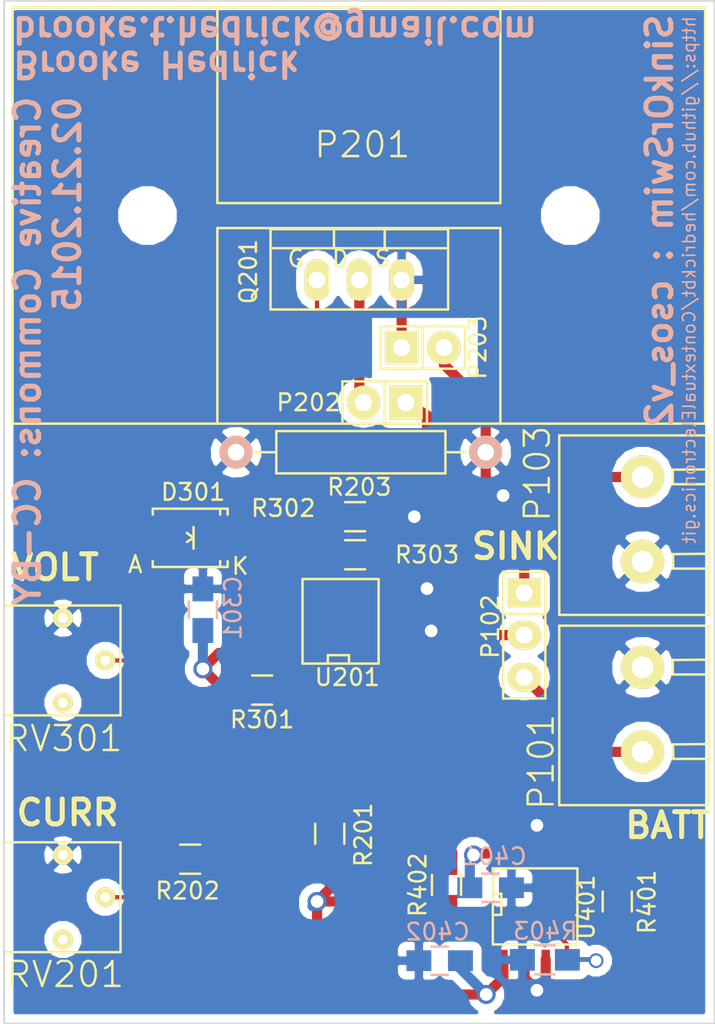
<source format=kicad_pcb>
(kicad_pcb (version 4) (host pcbnew "(2015-01-29 BZR 5396)-product")

  (general
    (links 47)
    (no_connects 2)
    (area 148.031429 67.513999 202.762287 129.050001)
    (thickness 1.6)
    (drawings 14)
    (tracks 134)
    (zones 0)
    (modules 24)
    (nets 16)
  )

  (page A4)
  (layers
    (0 F.Cu signal)
    (31 B.Cu signal hide)
    (32 B.Adhes user)
    (33 F.Adhes user)
    (34 B.Paste user)
    (35 F.Paste user)
    (36 B.SilkS user)
    (37 F.SilkS user)
    (38 B.Mask user)
    (39 F.Mask user)
    (40 Dwgs.User user)
    (41 Cmts.User user)
    (42 Eco1.User user)
    (43 Eco2.User user)
    (44 Edge.Cuts user)
    (45 Margin user)
    (46 B.CrtYd user)
    (47 F.CrtYd user)
    (48 B.Fab user)
    (49 F.Fab user)
  )

  (setup
    (last_trace_width 0.254)
    (trace_clearance 0.254)
    (zone_clearance 0.508)
    (zone_45_only no)
    (trace_min 0.254)
    (segment_width 0.2)
    (edge_width 0.1)
    (via_size 0.889)
    (via_drill 0.635)
    (via_min_size 0.889)
    (via_min_drill 0.508)
    (uvia_size 0.508)
    (uvia_drill 0.127)
    (uvias_allowed no)
    (uvia_min_size 0.508)
    (uvia_min_drill 0.127)
    (pcb_text_width 0.3)
    (pcb_text_size 1.5 1.5)
    (mod_edge_width 0.15)
    (mod_text_size 1 1)
    (mod_text_width 0.15)
    (pad_size 1.5 1.5)
    (pad_drill 0.6)
    (pad_to_mask_clearance 0)
    (aux_axis_origin 0 0)
    (visible_elements 7FFFEF7F)
    (pcbplotparams
      (layerselection 0x010f0_80000001)
      (usegerberextensions false)
      (excludeedgelayer true)
      (linewidth 0.100000)
      (plotframeref false)
      (viasonmask false)
      (mode 1)
      (useauxorigin false)
      (hpglpennumber 1)
      (hpglpenspeed 20)
      (hpglpendiameter 15)
      (hpglpenoverlay 2)
      (psnegative false)
      (psa4output false)
      (plotreference true)
      (plotvalue false)
      (plotinvisibletext false)
      (padsonsilk false)
      (subtractmaskfromsilk true)
      (outputformat 1)
      (mirror false)
      (drillshape 0)
      (scaleselection 1)
      (outputdirectory ../gerber/))
  )

  (net 0 "")
  (net 1 2.7V)
  (net 2 GND)
  (net 3 "/Power Regulation/Vin")
  (net 4 /CurrentControl/FET_Gate)
  (net 5 "Net-(D301-Pad2)")
  (net 6 "Net-(P101-Pad1)")
  (net 7 /CurrentControl/Current_Sink+)
  (net 8 "Net-(R202-Pad2)")
  (net 9 "Net-(R302-Pad2)")
  (net 10 "Net-(R401-Pad1)")
  (net 11 "Net-(R402-Pad1)")
  (net 12 "Net-(RV201-Pad1)")
  (net 13 "Net-(RV301-Pad1)")
  (net 14 "Net-(R201-Pad2)")
  (net 15 "Net-(R301-Pad2)")

  (net_class Default "This is the default net class."
    (clearance 0.254)
    (trace_width 0.254)
    (via_dia 0.889)
    (via_drill 0.635)
    (uvia_dia 0.508)
    (uvia_drill 0.127)
    (add_net /CurrentControl/FET_Gate)
    (add_net "Net-(D301-Pad2)")
    (add_net "Net-(R201-Pad2)")
    (add_net "Net-(R202-Pad2)")
    (add_net "Net-(R301-Pad2)")
    (add_net "Net-(R302-Pad2)")
    (add_net "Net-(R401-Pad1)")
    (add_net "Net-(R402-Pad1)")
    (add_net "Net-(RV201-Pad1)")
    (add_net "Net-(RV301-Pad1)")
  )

  (net_class PWR ""
    (clearance 0.305)
    (trace_width 0.61)
    (via_dia 1.143)
    (via_drill 0.762)
    (uvia_dia 0.508)
    (uvia_drill 0.127)
    (add_net /CurrentControl/Current_Sink+)
    (add_net "/Power Regulation/Vin")
    (add_net 2.7V)
    (add_net GND)
    (add_net "Net-(P101-Pad1)")
  )

  (module Capacitors_SMD:C_0805_HandSoldering (layer B.Cu) (tedit 54E4ECE6) (tstamp 54DFD0A0)
    (at 161.29 104.14 90)
    (descr "Capacitor SMD 0805, hand soldering")
    (tags "capacitor 0805")
    (path /54DC3B20/54DC68AA)
    (attr smd)
    (fp_text reference C301 (at 0.108 1.804 90) (layer B.SilkS)
      (effects (font (size 1 1) (thickness 0.15)) (justify mirror))
    )
    (fp_text value .1uf (at 0 -2.1 90) (layer B.SilkS) hide
      (effects (font (size 1 1) (thickness 0.15)) (justify mirror))
    )
    (fp_line (start -2.3 1) (end 2.3 1) (layer B.CrtYd) (width 0.05))
    (fp_line (start -2.3 -1) (end 2.3 -1) (layer B.CrtYd) (width 0.05))
    (fp_line (start -2.3 1) (end -2.3 -1) (layer B.CrtYd) (width 0.05))
    (fp_line (start 2.3 1) (end 2.3 -1) (layer B.CrtYd) (width 0.05))
    (fp_line (start 0.5 0.85) (end -0.5 0.85) (layer B.SilkS) (width 0.15))
    (fp_line (start -0.5 -0.85) (end 0.5 -0.85) (layer B.SilkS) (width 0.15))
    (pad 1 smd rect (at -1.25 0 90) (size 1.5 1.25) (layers B.Cu B.Paste B.Mask)
      (net 1 2.7V))
    (pad 2 smd rect (at 1.25 0 90) (size 1.5 1.25) (layers B.Cu B.Paste B.Mask)
      (net 2 GND))
    (model Capacitors_SMD/C_0805_HandSoldering.wrl
      (at (xyz 0 0 0))
      (scale (xyz 1 1 1))
      (rotate (xyz 0 0 0))
    )
  )

  (module Capacitors_SMD:C_0805_HandSoldering (layer B.Cu) (tedit 54E4ECC9) (tstamp 54DFD0A6)
    (at 178.574 120.842)
    (descr "Capacitor SMD 0805, hand soldering")
    (tags "capacitor 0805")
    (path /54DC3F9A/54DC5479)
    (attr smd)
    (fp_text reference C401 (at 0.24 -1.884) (layer B.SilkS)
      (effects (font (size 1 1) (thickness 0.15)) (justify mirror))
    )
    (fp_text value .1uf (at 0 -2.1) (layer B.SilkS) hide
      (effects (font (size 1 1) (thickness 0.15)) (justify mirror))
    )
    (fp_line (start -2.3 1) (end 2.3 1) (layer B.CrtYd) (width 0.05))
    (fp_line (start -2.3 -1) (end 2.3 -1) (layer B.CrtYd) (width 0.05))
    (fp_line (start -2.3 1) (end -2.3 -1) (layer B.CrtYd) (width 0.05))
    (fp_line (start 2.3 1) (end 2.3 -1) (layer B.CrtYd) (width 0.05))
    (fp_line (start 0.5 0.85) (end -0.5 0.85) (layer B.SilkS) (width 0.15))
    (fp_line (start -0.5 -0.85) (end 0.5 -0.85) (layer B.SilkS) (width 0.15))
    (pad 1 smd rect (at -1.25 0) (size 1.5 1.25) (layers B.Cu B.Paste B.Mask)
      (net 3 "/Power Regulation/Vin"))
    (pad 2 smd rect (at 1.25 0) (size 1.5 1.25) (layers B.Cu B.Paste B.Mask)
      (net 2 GND))
    (model Capacitors_SMD/C_0805_HandSoldering.wrl
      (at (xyz 0 0 0))
      (scale (xyz 1 1 1))
      (rotate (xyz 0 0 0))
    )
  )

  (module Capacitors_SMD:C_0805_HandSoldering (layer B.Cu) (tedit 54E4ECC2) (tstamp 54E89C71)
    (at 175.514 125.222 180)
    (descr "Capacitor SMD 0805, hand soldering")
    (tags "capacitor 0805")
    (path /54DC3F9A/54DC5480)
    (attr smd)
    (fp_text reference C402 (at 0.122 1.736 180) (layer B.SilkS)
      (effects (font (size 1 1) (thickness 0.15)) (justify mirror))
    )
    (fp_text value .1uf (at 0 -2.1 180) (layer B.SilkS) hide
      (effects (font (size 1 1) (thickness 0.15)) (justify mirror))
    )
    (fp_line (start -2.3 1) (end 2.3 1) (layer B.CrtYd) (width 0.05))
    (fp_line (start -2.3 -1) (end 2.3 -1) (layer B.CrtYd) (width 0.05))
    (fp_line (start -2.3 1) (end -2.3 -1) (layer B.CrtYd) (width 0.05))
    (fp_line (start 2.3 1) (end 2.3 -1) (layer B.CrtYd) (width 0.05))
    (fp_line (start 0.5 0.85) (end -0.5 0.85) (layer B.SilkS) (width 0.15))
    (fp_line (start -0.5 -0.85) (end 0.5 -0.85) (layer B.SilkS) (width 0.15))
    (pad 1 smd rect (at -1.25 0 180) (size 1.5 1.25) (layers B.Cu B.Paste B.Mask)
      (net 1 2.7V))
    (pad 2 smd rect (at 1.25 0 180) (size 1.5 1.25) (layers B.Cu B.Paste B.Mask)
      (net 2 GND))
    (model Capacitors_SMD/C_0805_HandSoldering.wrl
      (at (xyz 0 0 0))
      (scale (xyz 1 1 1))
      (rotate (xyz 0 0 0))
    )
  )

  (module Diodes_SMD:Diode-SMA_Handsoldering (layer F.Cu) (tedit 54E5365D) (tstamp 54DFD0B2)
    (at 160.528 99.822)
    (descr "Diode SMA Handsoldering")
    (tags "Diode SMA Handsoldering")
    (path /54DC3B20/54DC6A11)
    (attr smd)
    (fp_text reference D301 (at 0.17 -2.75) (layer F.SilkS)
      (effects (font (size 1 1) (thickness 0.15)))
    )
    (fp_text value DIODE (at 0 3.81) (layer F.SilkS) hide
      (effects (font (size 1 1) (thickness 0.15)))
    )
    (fp_line (start 0.20066 -0.65024) (end 0.20066 0.65024) (layer F.SilkS) (width 0.15))
    (fp_line (start 0.20066 0) (end -0.20066 0.24892) (layer F.SilkS) (width 0.15))
    (fp_line (start 0.20066 0) (end -0.20066 -0.29972) (layer F.SilkS) (width 0.15))
    (fp_text user A (at -3.29946 1.6002) (layer F.SilkS)
      (effects (font (size 1 1) (thickness 0.15)))
    )
    (fp_text user K (at 2.99974 1.69926) (layer F.SilkS)
      (effects (font (size 1 1) (thickness 0.15)))
    )
    (fp_line (start 1.80086 1.75006) (end 1.80086 1.39954) (layer F.SilkS) (width 0.15))
    (fp_line (start 1.80086 -1.75006) (end 1.80086 -1.39954) (layer F.SilkS) (width 0.15))
    (fp_line (start 2.25044 1.75006) (end 2.25044 1.39954) (layer F.SilkS) (width 0.15))
    (fp_line (start -2.25044 1.75006) (end -2.25044 1.39954) (layer F.SilkS) (width 0.15))
    (fp_line (start -2.25044 -1.75006) (end -2.25044 -1.39954) (layer F.SilkS) (width 0.15))
    (fp_line (start 2.25044 -1.75006) (end 2.25044 -1.39954) (layer F.SilkS) (width 0.15))
    (fp_line (start -2.25044 1.75006) (end 2.25044 1.75006) (layer F.SilkS) (width 0.15))
    (fp_line (start -2.25044 -1.75006) (end 2.25044 -1.75006) (layer F.SilkS) (width 0.15))
    (pad 1 smd rect (at -2.49936 0) (size 3.50012 1.80086) (layers F.Cu F.Paste F.Mask)
      (net 4 /CurrentControl/FET_Gate))
    (pad 2 smd rect (at 2.49936 0) (size 3.50012 1.80086) (layers F.Cu F.Paste F.Mask)
      (net 5 "Net-(D301-Pad2)"))
    (model Diodes_SMD/Diode-SMA_Handsoldering.wrl
      (at (xyz 0 0 0))
      (scale (xyz 0.3937 0.3937 0.3937))
      (rotate (xyz 0 0 0))
    )
  )

  (module Transistors_TO-220:TO-220_FET-GDS_Vertical (layer F.Cu) (tedit 54EA7B8D) (tstamp 54DFD0CC)
    (at 170.688 84.328)
    (descr "TO-220, FET-GDS, Vertical,")
    (tags "TO-220, FET-GDS, Vertical,")
    (path /54DC38FD/54DC4918)
    (fp_text reference Q201 (at -6.668 -0.498 90) (layer F.SilkS)
      (effects (font (size 1 1) (thickness 0.15)))
    )
    (fp_text value BUK9575-100A (at 0 3.81) (layer F.SilkS) hide
      (effects (font (size 1 1) (thickness 0.15)))
    )
    (fp_text user S (at 1.397 -1.27) (layer F.SilkS)
      (effects (font (size 1 1) (thickness 0.15)))
    )
    (fp_text user D (at -1.143 -1.27) (layer F.SilkS)
      (effects (font (size 1 1) (thickness 0.15)))
    )
    (fp_text user G (at -3.81 -1.27) (layer F.SilkS)
      (effects (font (size 1 1) (thickness 0.15)))
    )
    (fp_line (start -1.524 -3.048) (end -1.524 -1.905) (layer F.SilkS) (width 0.15))
    (fp_line (start 1.524 -3.048) (end 1.524 -1.905) (layer F.SilkS) (width 0.15))
    (fp_line (start 5.334 -1.905) (end 5.334 1.778) (layer F.SilkS) (width 0.15))
    (fp_line (start 5.334 1.778) (end -5.334 1.778) (layer F.SilkS) (width 0.15))
    (fp_line (start -5.334 1.778) (end -5.334 -1.905) (layer F.SilkS) (width 0.15))
    (fp_line (start 5.334 -3.048) (end 5.334 -1.905) (layer F.SilkS) (width 0.15))
    (fp_line (start 5.334 -1.905) (end -5.334 -1.905) (layer F.SilkS) (width 0.15))
    (fp_line (start -5.334 -1.905) (end -5.334 -3.048) (layer F.SilkS) (width 0.15))
    (fp_line (start 0 -3.048) (end -5.334 -3.048) (layer F.SilkS) (width 0.15))
    (fp_line (start 0 -3.048) (end 5.334 -3.048) (layer F.SilkS) (width 0.15))
    (pad D thru_hole oval (at 0 0 90) (size 2.49936 1.50114) (drill 1.00076) (layers *.Cu *.Mask F.SilkS)
      (net 7 /CurrentControl/Current_Sink+))
    (pad G thru_hole oval (at -2.54 0 90) (size 2.49936 1.50114) (drill 1.00076) (layers *.Cu *.Mask F.SilkS)
      (net 4 /CurrentControl/FET_Gate))
    (pad S thru_hole oval (at 2.54 0 90) (size 2.49936 1.50114) (drill 1.00076) (layers *.Cu *.Mask F.SilkS)
      (net 2 GND))
    (model Transistors_TO-220/TO-220_FET-GDS_Vertical.wrl
      (at (xyz 0 0 0))
      (scale (xyz 0.3937 0.3937 0.3937))
      (rotate (xyz 0 0 0))
    )
  )

  (module Resistors_SMD:R_0805_HandSoldering (layer F.Cu) (tedit 54E53FED) (tstamp 54DFD0D2)
    (at 168.91 117.602 90)
    (descr "Resistor SMD 0805, hand soldering")
    (tags "resistor 0805")
    (path /54DC38FD/54DC48CB)
    (attr smd)
    (fp_text reference R201 (at -0.06 2.02 90) (layer F.SilkS)
      (effects (font (size 1 1) (thickness 0.15)))
    )
    (fp_text value 68K (at 0 2.1 90) (layer F.SilkS) hide
      (effects (font (size 1 1) (thickness 0.15)))
    )
    (fp_line (start -2.4 -1) (end 2.4 -1) (layer F.CrtYd) (width 0.05))
    (fp_line (start -2.4 1) (end 2.4 1) (layer F.CrtYd) (width 0.05))
    (fp_line (start -2.4 -1) (end -2.4 1) (layer F.CrtYd) (width 0.05))
    (fp_line (start 2.4 -1) (end 2.4 1) (layer F.CrtYd) (width 0.05))
    (fp_line (start 0.6 0.875) (end -0.6 0.875) (layer F.SilkS) (width 0.15))
    (fp_line (start -0.6 -0.875) (end 0.6 -0.875) (layer F.SilkS) (width 0.15))
    (pad 1 smd rect (at -1.35 0 90) (size 1.5 1.3) (layers F.Cu F.Paste F.Mask)
      (net 1 2.7V))
    (pad 2 smd rect (at 1.35 0 90) (size 1.5 1.3) (layers F.Cu F.Paste F.Mask)
      (net 14 "Net-(R201-Pad2)"))
    (model Resistors_SMD/R_0805_HandSoldering.wrl
      (at (xyz 0 0 0))
      (scale (xyz 1 1 1))
      (rotate (xyz 0 0 0))
    )
  )

  (module Resistors_SMD:R_0805_HandSoldering (layer F.Cu) (tedit 54E53FC9) (tstamp 54DFD0D8)
    (at 160.528 119.126)
    (descr "Resistor SMD 0805, hand soldering")
    (tags "resistor 0805")
    (path /54DC38FD/54DC4D3B)
    (attr smd)
    (fp_text reference R202 (at -0.16 1.9) (layer F.SilkS)
      (effects (font (size 1 1) (thickness 0.15)))
    )
    (fp_text value 1K (at 0 2.1) (layer F.SilkS) hide
      (effects (font (size 1 1) (thickness 0.15)))
    )
    (fp_line (start -2.4 -1) (end 2.4 -1) (layer F.CrtYd) (width 0.05))
    (fp_line (start -2.4 1) (end 2.4 1) (layer F.CrtYd) (width 0.05))
    (fp_line (start -2.4 -1) (end -2.4 1) (layer F.CrtYd) (width 0.05))
    (fp_line (start 2.4 -1) (end 2.4 1) (layer F.CrtYd) (width 0.05))
    (fp_line (start 0.6 0.875) (end -0.6 0.875) (layer F.SilkS) (width 0.15))
    (fp_line (start -0.6 -0.875) (end 0.6 -0.875) (layer F.SilkS) (width 0.15))
    (pad 1 smd rect (at -1.35 0) (size 1.5 1.3) (layers F.Cu F.Paste F.Mask)
      (net 4 /CurrentControl/FET_Gate))
    (pad 2 smd rect (at 1.35 0) (size 1.5 1.3) (layers F.Cu F.Paste F.Mask)
      (net 8 "Net-(R202-Pad2)"))
    (model Resistors_SMD/R_0805_HandSoldering.wrl
      (at (xyz 0 0 0))
      (scale (xyz 1 1 1))
      (rotate (xyz 0 0 0))
    )
  )

  (module Resistors_ThroughHole:Resistor_Horizontal_RM15mm (layer F.Cu) (tedit 54E8AD5A) (tstamp 54DFD0DE)
    (at 170.78 94.68 180)
    (descr "Resistor, Axial, RM 15mm,")
    (tags "Resistor, Axial, RM 15mm,")
    (path /54DC38FD/54DC48BE)
    (fp_text reference R203 (at 0.092 -2.094 180) (layer F.SilkS)
      (effects (font (size 1 1) (thickness 0.15)))
    )
    (fp_text value .1 (at 0 4.0005 180) (layer F.SilkS) hide
      (effects (font (size 1 1) (thickness 0.15)))
    )
    (fp_line (start -5.08 -1.27) (end -5.08 1.27) (layer F.SilkS) (width 0.15))
    (fp_line (start -5.08 1.27) (end 5.08 1.27) (layer F.SilkS) (width 0.15))
    (fp_line (start 5.08 1.27) (end 5.08 -1.27) (layer F.SilkS) (width 0.15))
    (fp_line (start 5.08 -1.27) (end -5.08 -1.27) (layer F.SilkS) (width 0.15))
    (fp_line (start 6.35 0) (end 5.08 0) (layer F.SilkS) (width 0.15))
    (fp_line (start -6.35 0) (end -5.08 0) (layer F.SilkS) (width 0.15))
    (pad 1 thru_hole circle (at -7.5 0 180) (size 1.99898 1.99898) (drill 1.00076) (layers *.Cu *.SilkS *.Mask)
      (net 2 GND))
    (pad 2 thru_hole circle (at 7.5 0 180) (size 1.99898 1.99898) (drill 1.00076) (layers *.Cu *.SilkS *.Mask)
      (net 2 GND))
    (model Resistors_ThroughHole/Resistor_Horizontal_RM15mm.wrl
      (at (xyz 0 0 0))
      (scale (xyz 0.4 0.4 0.4))
      (rotate (xyz 0 0 0))
    )
  )

  (module Resistors_SMD:R_0805_HandSoldering (layer F.Cu) (tedit 54E8AD75) (tstamp 54DFD0E4)
    (at 164.846 108.966)
    (descr "Resistor SMD 0805, hand soldering")
    (tags "resistor 0805")
    (path /54DC3B20/54DC6887)
    (attr smd)
    (fp_text reference R301 (at 0 1.778) (layer F.SilkS)
      (effects (font (size 1 1) (thickness 0.15)))
    )
    (fp_text value 28.7K (at 0 2.1) (layer F.SilkS) hide
      (effects (font (size 1 1) (thickness 0.15)))
    )
    (fp_line (start -2.4 -1) (end 2.4 -1) (layer F.CrtYd) (width 0.05))
    (fp_line (start -2.4 1) (end 2.4 1) (layer F.CrtYd) (width 0.05))
    (fp_line (start -2.4 -1) (end -2.4 1) (layer F.CrtYd) (width 0.05))
    (fp_line (start 2.4 -1) (end 2.4 1) (layer F.CrtYd) (width 0.05))
    (fp_line (start 0.6 0.875) (end -0.6 0.875) (layer F.SilkS) (width 0.15))
    (fp_line (start -0.6 -0.875) (end 0.6 -0.875) (layer F.SilkS) (width 0.15))
    (pad 1 smd rect (at -1.35 0) (size 1.5 1.3) (layers F.Cu F.Paste F.Mask)
      (net 1 2.7V))
    (pad 2 smd rect (at 1.35 0) (size 1.5 1.3) (layers F.Cu F.Paste F.Mask)
      (net 15 "Net-(R301-Pad2)"))
    (model Resistors_SMD/R_0805_HandSoldering.wrl
      (at (xyz 0 0 0))
      (scale (xyz 1 1 1))
      (rotate (xyz 0 0 0))
    )
  )

  (module Resistors_SMD:R_0805_HandSoldering (layer F.Cu) (tedit 54E8AD6C) (tstamp 54DFD0EA)
    (at 170.434 100.838 180)
    (descr "Resistor SMD 0805, hand soldering")
    (tags "resistor 0805")
    (path /54DC3B20/54DC6B1A)
    (attr smd)
    (fp_text reference R302 (at 4.318 2.794 180) (layer F.SilkS)
      (effects (font (size 1 1) (thickness 0.15)))
    )
    (fp_text value 9K (at 0 2.1 180) (layer F.SilkS) hide
      (effects (font (size 1 1) (thickness 0.15)))
    )
    (fp_line (start -2.4 -1) (end 2.4 -1) (layer F.CrtYd) (width 0.05))
    (fp_line (start -2.4 1) (end 2.4 1) (layer F.CrtYd) (width 0.05))
    (fp_line (start -2.4 -1) (end -2.4 1) (layer F.CrtYd) (width 0.05))
    (fp_line (start 2.4 -1) (end 2.4 1) (layer F.CrtYd) (width 0.05))
    (fp_line (start 0.6 0.875) (end -0.6 0.875) (layer F.SilkS) (width 0.15))
    (fp_line (start -0.6 -0.875) (end 0.6 -0.875) (layer F.SilkS) (width 0.15))
    (pad 1 smd rect (at -1.35 0 180) (size 1.5 1.3) (layers F.Cu F.Paste F.Mask)
      (net 7 /CurrentControl/Current_Sink+))
    (pad 2 smd rect (at 1.35 0 180) (size 1.5 1.3) (layers F.Cu F.Paste F.Mask)
      (net 9 "Net-(R302-Pad2)"))
    (model Resistors_SMD/R_0805_HandSoldering.wrl
      (at (xyz 0 0 0))
      (scale (xyz 1 1 1))
      (rotate (xyz 0 0 0))
    )
  )

  (module Resistors_SMD:R_0805_HandSoldering (layer F.Cu) (tedit 54E8AD51) (tstamp 54DFD0F0)
    (at 170.434 98.552)
    (descr "Resistor SMD 0805, hand soldering")
    (tags "resistor 0805")
    (path /54DC3B20/54DC6B7F)
    (attr smd)
    (fp_text reference R303 (at 4.318 2.286) (layer F.SilkS)
      (effects (font (size 1 1) (thickness 0.15)))
    )
    (fp_text value 1K (at 0 2.1) (layer F.SilkS) hide
      (effects (font (size 1 1) (thickness 0.15)))
    )
    (fp_line (start -2.4 -1) (end 2.4 -1) (layer F.CrtYd) (width 0.05))
    (fp_line (start -2.4 1) (end 2.4 1) (layer F.CrtYd) (width 0.05))
    (fp_line (start -2.4 -1) (end -2.4 1) (layer F.CrtYd) (width 0.05))
    (fp_line (start 2.4 -1) (end 2.4 1) (layer F.CrtYd) (width 0.05))
    (fp_line (start 0.6 0.875) (end -0.6 0.875) (layer F.SilkS) (width 0.15))
    (fp_line (start -0.6 -0.875) (end 0.6 -0.875) (layer F.SilkS) (width 0.15))
    (pad 1 smd rect (at -1.35 0) (size 1.5 1.3) (layers F.Cu F.Paste F.Mask)
      (net 9 "Net-(R302-Pad2)"))
    (pad 2 smd rect (at 1.35 0) (size 1.5 1.3) (layers F.Cu F.Paste F.Mask)
      (net 2 GND))
    (model Resistors_SMD/R_0805_HandSoldering.wrl
      (at (xyz 0 0 0))
      (scale (xyz 1 1 1))
      (rotate (xyz 0 0 0))
    )
  )

  (module Resistors_SMD:R_0805_HandSoldering (layer F.Cu) (tedit 54E4ECA8) (tstamp 54DFD0F6)
    (at 186.182 121.666 270)
    (descr "Resistor SMD 0805, hand soldering")
    (tags "resistor 0805")
    (path /54DC3F9A/54DC54C6)
    (attr smd)
    (fp_text reference R401 (at 0.028 -1.786 270) (layer F.SilkS)
      (effects (font (size 1 1) (thickness 0.15)))
    )
    (fp_text value 0 (at 0 2.1 270) (layer F.SilkS) hide
      (effects (font (size 1 1) (thickness 0.15)))
    )
    (fp_line (start -2.4 -1) (end 2.4 -1) (layer F.CrtYd) (width 0.05))
    (fp_line (start -2.4 1) (end 2.4 1) (layer F.CrtYd) (width 0.05))
    (fp_line (start -2.4 -1) (end -2.4 1) (layer F.CrtYd) (width 0.05))
    (fp_line (start 2.4 -1) (end 2.4 1) (layer F.CrtYd) (width 0.05))
    (fp_line (start 0.6 0.875) (end -0.6 0.875) (layer F.SilkS) (width 0.15))
    (fp_line (start -0.6 -0.875) (end 0.6 -0.875) (layer F.SilkS) (width 0.15))
    (pad 1 smd rect (at -1.35 0 270) (size 1.5 1.3) (layers F.Cu F.Paste F.Mask)
      (net 10 "Net-(R401-Pad1)"))
    (pad 2 smd rect (at 1.35 0 270) (size 1.5 1.3) (layers F.Cu F.Paste F.Mask)
      (net 2 GND))
    (model Resistors_SMD/R_0805_HandSoldering.wrl
      (at (xyz 0 0 0))
      (scale (xyz 1 1 1))
      (rotate (xyz 0 0 0))
    )
  )

  (module Resistors_SMD:R_0805_HandSoldering (layer F.Cu) (tedit 54E4ECAA) (tstamp 54DFD0FC)
    (at 175.925 120.675 90)
    (descr "Resistor SMD 0805, hand soldering")
    (tags "resistor 0805")
    (path /54DC3F9A/54DC54AD)
    (attr smd)
    (fp_text reference R402 (at 0.002 -1.726 90) (layer F.SilkS)
      (effects (font (size 1 1) (thickness 0.15)))
    )
    (fp_text value 27K (at 0 2.1 90) (layer F.SilkS) hide
      (effects (font (size 1 1) (thickness 0.15)))
    )
    (fp_line (start -2.4 -1) (end 2.4 -1) (layer F.CrtYd) (width 0.05))
    (fp_line (start -2.4 1) (end 2.4 1) (layer F.CrtYd) (width 0.05))
    (fp_line (start -2.4 -1) (end -2.4 1) (layer F.CrtYd) (width 0.05))
    (fp_line (start 2.4 -1) (end 2.4 1) (layer F.CrtYd) (width 0.05))
    (fp_line (start 0.6 0.875) (end -0.6 0.875) (layer F.SilkS) (width 0.15))
    (fp_line (start -0.6 -0.875) (end 0.6 -0.875) (layer F.SilkS) (width 0.15))
    (pad 1 smd rect (at -1.35 0 90) (size 1.5 1.3) (layers F.Cu F.Paste F.Mask)
      (net 11 "Net-(R402-Pad1)"))
    (pad 2 smd rect (at 1.35 0 90) (size 1.5 1.3) (layers F.Cu F.Paste F.Mask)
      (net 1 2.7V))
    (model Resistors_SMD/R_0805_HandSoldering.wrl
      (at (xyz 0 0 0))
      (scale (xyz 1 1 1))
      (rotate (xyz 0 0 0))
    )
  )

  (module Resistors_SMD:R_0805_HandSoldering (layer B.Cu) (tedit 54E8AD90) (tstamp 54DFD102)
    (at 181.834 125.172 180)
    (descr "Resistor SMD 0805, hand soldering")
    (tags "resistor 0805")
    (path /54DC3F9A/54DC54B4)
    (attr smd)
    (fp_text reference R403 (at -0.03 1.728 180) (layer B.SilkS)
      (effects (font (size 1 1) (thickness 0.15)) (justify mirror))
    )
    (fp_text value 21.6K (at 0 -2.1 180) (layer B.SilkS) hide
      (effects (font (size 1 1) (thickness 0.15)) (justify mirror))
    )
    (fp_line (start -2.4 1) (end 2.4 1) (layer B.CrtYd) (width 0.05))
    (fp_line (start -2.4 -1) (end 2.4 -1) (layer B.CrtYd) (width 0.05))
    (fp_line (start -2.4 1) (end -2.4 -1) (layer B.CrtYd) (width 0.05))
    (fp_line (start 2.4 1) (end 2.4 -1) (layer B.CrtYd) (width 0.05))
    (fp_line (start 0.6 -0.875) (end -0.6 -0.875) (layer B.SilkS) (width 0.15))
    (fp_line (start -0.6 0.875) (end 0.6 0.875) (layer B.SilkS) (width 0.15))
    (pad 1 smd rect (at -1.35 0 180) (size 1.5 1.3) (layers B.Cu B.Paste B.Mask)
      (net 11 "Net-(R402-Pad1)"))
    (pad 2 smd rect (at 1.35 0 180) (size 1.5 1.3) (layers B.Cu B.Paste B.Mask)
      (net 2 GND))
    (model Resistors_SMD/R_0805_HandSoldering.wrl
      (at (xyz 0 0 0))
      (scale (xyz 1 1 1))
      (rotate (xyz 0 0 0))
    )
  )

  (module SMD_Packages:SOIC-8-N (layer F.Cu) (tedit 54E4ED0A) (tstamp 54DFD124)
    (at 169.56 104.836 90)
    (descr "Module Narrow CMS SOJ 8 pins large")
    (tags "CMS SOJ")
    (path /54DC38FD/54DC4911)
    (attr smd)
    (fp_text reference U201 (at -3.366 0.404 180) (layer F.SilkS)
      (effects (font (size 1 1) (thickness 0.15)))
    )
    (fp_text value LMV358 (at 0 1.27 90) (layer F.SilkS) hide
      (effects (font (size 1 1) (thickness 0.15)))
    )
    (fp_line (start -2.54 -2.286) (end 2.54 -2.286) (layer F.SilkS) (width 0.15))
    (fp_line (start 2.54 -2.286) (end 2.54 2.286) (layer F.SilkS) (width 0.15))
    (fp_line (start 2.54 2.286) (end -2.54 2.286) (layer F.SilkS) (width 0.15))
    (fp_line (start -2.54 2.286) (end -2.54 -2.286) (layer F.SilkS) (width 0.15))
    (fp_line (start -2.54 -0.762) (end -2.032 -0.762) (layer F.SilkS) (width 0.15))
    (fp_line (start -2.032 -0.762) (end -2.032 0.508) (layer F.SilkS) (width 0.15))
    (fp_line (start -2.032 0.508) (end -2.54 0.508) (layer F.SilkS) (width 0.15))
    (pad 8 smd rect (at -1.905 -3.175 90) (size 0.508 1.143) (layers F.Cu F.Paste F.Mask)
      (net 1 2.7V))
    (pad 7 smd rect (at -0.635 -3.175 90) (size 0.508 1.143) (layers F.Cu F.Paste F.Mask)
      (net 5 "Net-(D301-Pad2)"))
    (pad 6 smd rect (at 0.635 -3.175 90) (size 0.508 1.143) (layers F.Cu F.Paste F.Mask)
      (net 9 "Net-(R302-Pad2)"))
    (pad 5 smd rect (at 1.905 -3.175 90) (size 0.508 1.143) (layers F.Cu F.Paste F.Mask)
      (net 15 "Net-(R301-Pad2)"))
    (pad 4 smd rect (at 1.905 3.175 90) (size 0.508 1.143) (layers F.Cu F.Paste F.Mask)
      (net 2 GND))
    (pad 3 smd rect (at 0.635 3.175 90) (size 0.508 1.143) (layers F.Cu F.Paste F.Mask)
      (net 14 "Net-(R201-Pad2)"))
    (pad 2 smd rect (at -0.635 3.175 90) (size 0.508 1.143) (layers F.Cu F.Paste F.Mask)
      (net 2 GND))
    (pad 1 smd rect (at -1.905 3.175 90) (size 0.508 1.143) (layers F.Cu F.Paste F.Mask)
      (net 8 "Net-(R202-Pad2)"))
    (model SMD_Packages/SOIC-8-N.wrl
      (at (xyz 0 0 0))
      (scale (xyz 0.5 0.38 0.5))
      (rotate (xyz 0 0 0))
    )
  )

  (module SMD_Packages:SOIC-8-N (layer F.Cu) (tedit 54E4ECD8) (tstamp 54DFD130)
    (at 181.248 121.962)
    (descr "Module Narrow CMS SOJ 8 pins large")
    (tags "CMS SOJ")
    (path /54DC3F9A/54DC5489)
    (attr smd)
    (fp_text reference U401 (at 3.056 0.05 90) (layer F.SilkS)
      (effects (font (size 1 1) (thickness 0.15)))
    )
    (fp_text value LM2931 (at 0 1.27) (layer F.SilkS) hide
      (effects (font (size 1 1) (thickness 0.15)))
    )
    (fp_line (start -2.54 -2.286) (end 2.54 -2.286) (layer F.SilkS) (width 0.15))
    (fp_line (start 2.54 -2.286) (end 2.54 2.286) (layer F.SilkS) (width 0.15))
    (fp_line (start 2.54 2.286) (end -2.54 2.286) (layer F.SilkS) (width 0.15))
    (fp_line (start -2.54 2.286) (end -2.54 -2.286) (layer F.SilkS) (width 0.15))
    (fp_line (start -2.54 -0.762) (end -2.032 -0.762) (layer F.SilkS) (width 0.15))
    (fp_line (start -2.032 -0.762) (end -2.032 0.508) (layer F.SilkS) (width 0.15))
    (fp_line (start -2.032 0.508) (end -2.54 0.508) (layer F.SilkS) (width 0.15))
    (pad 8 smd rect (at -1.905 -3.175) (size 0.508 1.143) (layers F.Cu F.Paste F.Mask)
      (net 3 "/Power Regulation/Vin"))
    (pad 7 smd rect (at -0.635 -3.175) (size 0.508 1.143) (layers F.Cu F.Paste F.Mask)
      (net 2 GND))
    (pad 6 smd rect (at 0.635 -3.175) (size 0.508 1.143) (layers F.Cu F.Paste F.Mask)
      (net 2 GND))
    (pad 5 smd rect (at 1.905 -3.175) (size 0.508 1.143) (layers F.Cu F.Paste F.Mask)
      (net 10 "Net-(R401-Pad1)"))
    (pad 4 smd rect (at 1.905 3.175) (size 0.508 1.143) (layers F.Cu F.Paste F.Mask)
      (net 11 "Net-(R402-Pad1)"))
    (pad 3 smd rect (at 0.635 3.175) (size 0.508 1.143) (layers F.Cu F.Paste F.Mask)
      (net 2 GND))
    (pad 2 smd rect (at -0.635 3.175) (size 0.508 1.143) (layers F.Cu F.Paste F.Mask)
      (net 2 GND))
    (pad 1 smd rect (at -1.905 3.175) (size 0.508 1.143) (layers F.Cu F.Paste F.Mask)
      (net 1 2.7V))
    (model SMD_Packages/SOIC-8-N.wrl
      (at (xyz 0 0 0))
      (scale (xyz 0.5 0.38 0.5))
      (rotate (xyz 0 0 0))
    )
  )

  (module pcb:FA-T220-38E (layer F.Cu) (tedit 54EA7B42) (tstamp 54E8D0BF)
    (at 149.86 92.964)
    (path /54DC38FD/54E0DC1E)
    (fp_text reference P201 (at 21.01 -16.76) (layer F.SilkS)
      (effects (font (size 1.5 1.5) (thickness 0.15)))
    )
    (fp_text value HEATSINK (at 20.78 -18.97) (layer F.Fab) hide
      (effects (font (size 1.5 1.5) (thickness 0.15)))
    )
    (fp_line (start 29.3 -11.75) (end 29.3 0) (layer F.SilkS) (width 0.15))
    (fp_line (start 29.3 -13.25) (end 29.3 -25) (layer F.SilkS) (width 0.15))
    (fp_line (start 12.3 -13.25) (end 12.3 -25) (layer F.SilkS) (width 0.15))
    (fp_line (start 12.3 -11.75) (end 12.3 0) (layer F.SilkS) (width 0.15))
    (fp_line (start 12.3 -11.75) (end 29.3 -11.75) (layer F.SilkS) (width 0.15))
    (fp_line (start 12.3 -13.25) (end 29.3 -13.25) (layer F.SilkS) (width 0.15))
    (fp_line (start 0 0) (end 0 -25) (layer F.SilkS) (width 0.15))
    (fp_line (start 41.6 -25) (end 0 -25) (layer F.SilkS) (width 0.15))
    (fp_line (start 41.6 0) (end 41.6 -25) (layer F.SilkS) (width 0.15))
    (fp_line (start 0 0) (end 41.6 0) (layer F.SilkS) (width 0.15))
    (pad "" np_thru_hole circle (at 8.1 -12.5) (size 2.5 2.5) (drill 2.5) (layers *.Cu *.Mask F.SilkS))
    (pad "" np_thru_hole circle (at 8.1 -12.5) (size 2.5 2.5) (drill 2.5) (layers *.Cu *.Mask F.SilkS))
    (pad "" np_thru_hole circle (at 33.5 -12.5) (size 2.5 2.5) (drill 2.5) (layers *.Cu *.Mask F.SilkS))
  )

  (module pcb:OSTTA024163 (layer F.Cu) (tedit 54E894B7) (tstamp 54E3F1F4)
    (at 187.198 110.49 90)
    (path /54DADCB8)
    (fp_text reference P101 (at -2.794 -5.588 90) (layer F.SilkS)
      (effects (font (size 1.5 1.5) (thickness 0.15)))
    )
    (fp_text value TERMINAL_BLOCK (at 0.13 5.72 90) (layer F.Fab) hide
      (effects (font (size 1.5 1.5) (thickness 0.15)))
    )
    (fp_line (start 3.33 2.31) (end 3.35 4.45) (layer F.SilkS) (width 0.15))
    (fp_line (start 2.46 2.33) (end 3.33 2.31) (layer F.SilkS) (width 0.15))
    (fp_line (start 2.46 4.47) (end 2.46 2.33) (layer F.SilkS) (width 0.15))
    (fp_line (start -2.61 4.49) (end -2.61 2.35) (layer F.SilkS) (width 0.15))
    (fp_line (start -2.61 2.35) (end -1.74 2.33) (layer F.SilkS) (width 0.15))
    (fp_line (start -1.74 2.33) (end -1.72 4.47) (layer F.SilkS) (width 0.15))
    (fp_line (start -5.39 -4.5) (end -5.39 4.5) (layer F.SilkS) (width 0.15))
    (fp_line (start -5.39 4.5) (end 5.39 4.5) (layer F.SilkS) (width 0.15))
    (fp_line (start 5.39 -4.5) (end 5.39 4.5) (layer F.SilkS) (width 0.15))
    (fp_line (start -5.39 -4.5) (end 5.39 -4.5) (layer F.SilkS) (width 0.15))
    (pad 1 thru_hole circle (at -2.19 0.5 90) (size 2.6 2.6) (drill 1.3) (layers *.Cu *.Mask F.SilkS)
      (net 6 "Net-(P101-Pad1)"))
    (pad 2 thru_hole circle (at 2.89 0.5 90) (size 2.6 2.6) (drill 1.3) (layers *.Cu *.Mask F.SilkS)
      (net 2 GND))
  )

  (module pcb:OSTTA024163 (layer F.Cu) (tedit 54E53622) (tstamp 54E3F228)
    (at 187.198 99.06 90)
    (path /54D1894C)
    (fp_text reference P103 (at 3.09 -5.82 90) (layer F.SilkS)
      (effects (font (size 1.5 1.5) (thickness 0.15)))
    )
    (fp_text value TERMINAL_BLOCK (at 0.13 5.72 90) (layer F.Fab) hide
      (effects (font (size 1.5 1.5) (thickness 0.15)))
    )
    (fp_line (start 3.33 2.31) (end 3.35 4.45) (layer F.SilkS) (width 0.15))
    (fp_line (start 2.46 2.33) (end 3.33 2.31) (layer F.SilkS) (width 0.15))
    (fp_line (start 2.46 4.47) (end 2.46 2.33) (layer F.SilkS) (width 0.15))
    (fp_line (start -2.61 4.49) (end -2.61 2.35) (layer F.SilkS) (width 0.15))
    (fp_line (start -2.61 2.35) (end -1.74 2.33) (layer F.SilkS) (width 0.15))
    (fp_line (start -1.74 2.33) (end -1.72 4.47) (layer F.SilkS) (width 0.15))
    (fp_line (start -5.39 -4.5) (end -5.39 4.5) (layer F.SilkS) (width 0.15))
    (fp_line (start -5.39 4.5) (end 5.39 4.5) (layer F.SilkS) (width 0.15))
    (fp_line (start 5.39 -4.5) (end 5.39 4.5) (layer F.SilkS) (width 0.15))
    (fp_line (start -5.39 -4.5) (end 5.39 -4.5) (layer F.SilkS) (width 0.15))
    (pad 1 thru_hole circle (at -2.19 0.5 90) (size 2.6 2.6) (drill 1.3) (layers *.Cu *.Mask F.SilkS)
      (net 2 GND))
    (pad 2 thru_hole circle (at 2.89 0.5 90) (size 2.6 2.6) (drill 1.3) (layers *.Cu *.Mask F.SilkS)
      (net 7 /CurrentControl/Current_Sink+))
  )

  (module Pin_Headers:Pin_Header_Straight_1x03 (layer F.Cu) (tedit 54E8AD82) (tstamp 54E3F413)
    (at 180.594 105.664 270)
    (descr "Through hole pin header")
    (tags "pin header")
    (path /54DAD7C1)
    (fp_text reference P102 (at -0.508 2.032 270) (layer F.SilkS)
      (effects (font (size 1 1) (thickness 0.15)))
    )
    (fp_text value CONN_01X03 (at 0 0 270) (layer F.SilkS) hide
      (effects (font (size 1 1) (thickness 0.15)))
    )
    (fp_line (start -1.27 1.27) (end 3.81 1.27) (layer F.SilkS) (width 0.15))
    (fp_line (start 3.81 1.27) (end 3.81 -1.27) (layer F.SilkS) (width 0.15))
    (fp_line (start 3.81 -1.27) (end -1.27 -1.27) (layer F.SilkS) (width 0.15))
    (fp_line (start -3.81 -1.27) (end -1.27 -1.27) (layer F.SilkS) (width 0.15))
    (fp_line (start -1.27 -1.27) (end -1.27 1.27) (layer F.SilkS) (width 0.15))
    (fp_line (start -3.81 -1.27) (end -3.81 1.27) (layer F.SilkS) (width 0.15))
    (fp_line (start -3.81 1.27) (end -1.27 1.27) (layer F.SilkS) (width 0.15))
    (pad 1 thru_hole rect (at -2.54 0 270) (size 1.7272 2.032) (drill 1.016) (layers *.Cu *.Mask F.SilkS)
      (net 7 /CurrentControl/Current_Sink+))
    (pad 2 thru_hole oval (at 0 0 270) (size 1.7272 2.032) (drill 1.016) (layers *.Cu *.Mask F.SilkS)
      (net 3 "/Power Regulation/Vin"))
    (pad 3 thru_hole oval (at 2.54 0 270) (size 1.7272 2.032) (drill 1.016) (layers *.Cu *.Mask F.SilkS)
      (net 6 "Net-(P101-Pad1)"))
    (model Pin_Headers/Pin_Header_Straight_1x03.wrl
      (at (xyz 0 0 0))
      (scale (xyz 1 1 1))
      (rotate (xyz 0 0 0))
    )
  )

  (module Pin_Headers:Pin_Header_Straight_1x02 (layer F.Cu) (tedit 54E8A9BF) (tstamp 54E8AAF2)
    (at 172.212 91.694 180)
    (descr "Through hole pin header")
    (tags "pin header")
    (path /54DC38FD/54E8A789)
    (fp_text reference P202 (at 4.572 0 180) (layer F.SilkS)
      (effects (font (size 1 1) (thickness 0.15)))
    )
    (fp_text value B4_FET (at 0 0 180) (layer F.SilkS) hide
      (effects (font (size 1 1) (thickness 0.15)))
    )
    (fp_line (start 0 -1.27) (end 0 1.27) (layer F.SilkS) (width 0.15))
    (fp_line (start -2.54 -1.27) (end -2.54 1.27) (layer F.SilkS) (width 0.15))
    (fp_line (start -2.54 1.27) (end 0 1.27) (layer F.SilkS) (width 0.15))
    (fp_line (start 0 1.27) (end 2.54 1.27) (layer F.SilkS) (width 0.15))
    (fp_line (start 2.54 1.27) (end 2.54 -1.27) (layer F.SilkS) (width 0.15))
    (fp_line (start 2.54 -1.27) (end -2.54 -1.27) (layer F.SilkS) (width 0.15))
    (pad 1 thru_hole rect (at -1.27 0 180) (size 2.032 2.032) (drill 1.016) (layers *.Cu *.Mask F.SilkS)
      (net 7 /CurrentControl/Current_Sink+))
    (pad 2 thru_hole oval (at 1.27 0 180) (size 2.032 2.032) (drill 1.016) (layers *.Cu *.Mask F.SilkS)
      (net 7 /CurrentControl/Current_Sink+))
    (model Pin_Headers/Pin_Header_Straight_1x02.wrl
      (at (xyz 0 0 0))
      (scale (xyz 1 1 1))
      (rotate (xyz 0 0 0))
    )
  )

  (module Pin_Headers:Pin_Header_Straight_1x02 (layer F.Cu) (tedit 54E8A9D7) (tstamp 54E8A8B8)
    (at 174.498 88.392)
    (descr "Through hole pin header")
    (tags "pin header")
    (path /54DC38FD/54E8A830)
    (fp_text reference P203 (at 3.302 0 90) (layer F.SilkS)
      (effects (font (size 1 1) (thickness 0.15)))
    )
    (fp_text value AFTR_FET (at 0 0) (layer F.SilkS) hide
      (effects (font (size 1 1) (thickness 0.15)))
    )
    (fp_line (start 0 -1.27) (end 0 1.27) (layer F.SilkS) (width 0.15))
    (fp_line (start -2.54 -1.27) (end -2.54 1.27) (layer F.SilkS) (width 0.15))
    (fp_line (start -2.54 1.27) (end 0 1.27) (layer F.SilkS) (width 0.15))
    (fp_line (start 0 1.27) (end 2.54 1.27) (layer F.SilkS) (width 0.15))
    (fp_line (start 2.54 1.27) (end 2.54 -1.27) (layer F.SilkS) (width 0.15))
    (fp_line (start 2.54 -1.27) (end -2.54 -1.27) (layer F.SilkS) (width 0.15))
    (pad 1 thru_hole rect (at -1.27 0) (size 2.032 2.032) (drill 1.016) (layers *.Cu *.Mask F.SilkS)
      (net 2 GND))
    (pad 2 thru_hole oval (at 1.27 0) (size 2.032 2.032) (drill 1.016) (layers *.Cu *.Mask F.SilkS)
      (net 2 GND))
    (model Pin_Headers/Pin_Header_Straight_1x02.wrl
      (at (xyz 0 0 0))
      (scale (xyz 1 1 1))
      (rotate (xyz 0 0 0))
    )
  )

  (module pcb:Potiometer_Bourns_3362P (layer F.Cu) (tedit 54ED76B7) (tstamp 54ED76B9)
    (at 149.352 103.886 270)
    (descr Potiometer)
    (tags Potiometer)
    (path /54DC3B20/54DC689F)
    (fp_text reference RV301 (at 7.994 -3.588 360) (layer F.SilkS)
      (effects (font (size 1.5 1.5) (thickness 0.15)))
    )
    (fp_text value 10K (at 3.214 -1.418 270) (layer F.Fab)
      (effects (font (size 1.5 1.5) (thickness 0.15)))
    )
    (fp_line (start 0 0) (end 0 -6.99) (layer F.SilkS) (width 0.15))
    (fp_line (start 6.6 -6.99) (end 0 -6.99) (layer F.SilkS) (width 0.15))
    (fp_line (start 6.6 0) (end 6.6 -6.99) (layer F.SilkS) (width 0.15))
    (fp_line (start 0 0) (end 6.6 0) (layer F.SilkS) (width 0.15))
    (pad 3 thru_hole circle (at 0.76 -3.53 270) (size 1.2 1.2) (drill 0.58) (layers *.Cu *.Mask F.SilkS)
      (net 2 GND))
    (pad 1 thru_hole circle (at 5.84 -3.53 270) (size 1.2 1.2) (drill 0.58) (layers *.Cu *.Mask F.SilkS)
      (net 13 "Net-(RV301-Pad1)"))
    (pad 2 thru_hole circle (at 3.3 -6.07 270) (size 1.2 1.2) (drill 0.58) (layers *.Cu *.Mask F.SilkS)
      (net 15 "Net-(R301-Pad2)"))
  )

  (module pcb:Potiometer_Bourns_3362P (layer F.Cu) (tedit 54ED76BE) (tstamp 54DFD10D)
    (at 149.352 118.11 270)
    (descr Potiometer)
    (tags Potiometer)
    (path /54DC38FD/54DC48F1)
    (fp_text reference RV201 (at 7.94 -3.678 360) (layer F.SilkS)
      (effects (font (size 1.5 1.5) (thickness 0.15)))
    )
    (fp_text value 10K (at 3.25 -1.238 270) (layer F.Fab)
      (effects (font (size 1.5 1.5) (thickness 0.15)))
    )
    (fp_line (start 0 0) (end 0 -6.99) (layer F.SilkS) (width 0.15))
    (fp_line (start 6.6 -6.99) (end 0 -6.99) (layer F.SilkS) (width 0.15))
    (fp_line (start 6.6 0) (end 6.6 -6.99) (layer F.SilkS) (width 0.15))
    (fp_line (start 0 0) (end 6.6 0) (layer F.SilkS) (width 0.15))
    (pad 3 thru_hole circle (at 0.76 -3.53 270) (size 1.2 1.2) (drill 0.58) (layers *.Cu *.Mask F.SilkS)
      (net 2 GND))
    (pad 1 thru_hole circle (at 5.84 -3.53 270) (size 1.2 1.2) (drill 0.58) (layers *.Cu *.Mask F.SilkS)
      (net 12 "Net-(RV201-Pad1)"))
    (pad 2 thru_hole circle (at 3.3 -6.07 270) (size 1.2 1.2) (drill 0.58) (layers *.Cu *.Mask F.SilkS)
      (net 14 "Net-(R201-Pad2)"))
  )

  (gr_text "Creative Commons: CC-BY\n02.21.2015\n\n" (at 153.162 73.152 90) (layer B.SilkS)
    (effects (font (size 1.5 1.5) (thickness 0.3)) (justify left mirror))
  )
  (gr_text brooke.t.hedrick@gmail.com (at 165.62 69.3 180) (layer B.SilkS)
    (effects (font (size 1.5 1.5) (thickness 0.3)) (justify mirror))
  )
  (gr_text "SinkOrSwim : csos_v2" (at 188.722 80.772 90) (layer B.SilkS)
    (effects (font (size 1.5 1.5) (thickness 0.3)) (justify mirror))
  )
  (gr_text https://github.com/hedrickbt/ContextualElectronics.git (at 190.5 84.328 90) (layer B.SilkS)
    (effects (font (size 0.75 0.75) (thickness 0.1)) (justify mirror))
  )
  (gr_text "Brooke Hedrick" (at 158.496 71.374 180) (layer B.SilkS)
    (effects (font (size 1.5 1.5) (thickness 0.3)) (justify mirror))
  )
  (gr_text "1=P ext\n4=P mod\n2=C\n3=V" (at 184.41 73.284) (layer Cmts.User)
    (effects (font (size 1.5 1.5) (thickness 0.3)))
  )
  (gr_text VOLT (at 152.4 101.6) (layer F.SilkS)
    (effects (font (size 1.5 1.5) (thickness 0.3)))
  )
  (gr_text CURR (at 153.162 116.332) (layer F.SilkS)
    (effects (font (size 1.5 1.5) (thickness 0.3)))
  )
  (gr_text SINK (at 180.086 100.33) (layer F.SilkS)
    (effects (font (size 1.5 1.5) (thickness 0.3)))
  )
  (gr_text BATT (at 189.23 117.094) (layer F.SilkS)
    (effects (font (size 1.5 1.5) (thickness 0.3)))
  )
  (gr_line (start 192.024 67.564) (end 149.352 67.564) (angle 90) (layer Edge.Cuts) (width 0.1))
  (gr_line (start 192.024 129) (end 192.024 67.564) (angle 90) (layer Edge.Cuts) (width 0.1) (tstamp 54E107C7))
  (gr_line (start 149.352 129) (end 192.024 129) (angle 90) (layer Edge.Cuts) (width 0.1) (tstamp 54E89F58))
  (gr_line (start 149.352 67.564) (end 149.352 129) (angle 90) (layer Edge.Cuts) (width 0.1))

  (segment (start 168.91 120.904) (end 168.148 121.666) (width 0.61) (layer F.Cu) (net 1) (tstamp 54E895E0))
  (segment (start 168.91 118.952) (end 168.91 120.904) (width 0.61) (layer F.Cu) (net 1))
  (segment (start 170.942 121.666) (end 173.283 119.325) (width 0.61) (layer F.Cu) (net 1) (tstamp 54E89825))
  (segment (start 173.283 119.325) (end 175.925 119.325) (width 0.61) (layer F.Cu) (net 1) (tstamp 54E89826))
  (segment (start 168.148 121.666) (end 170.942 121.666) (width 0.61) (layer F.Cu) (net 1))
  (segment (start 176.764 125.71) (end 176.764 125.222) (width 0.61) (layer B.Cu) (net 1) (tstamp 54E8982C))
  (via (at 178.308 127.254) (size 1.143) (layers F.Cu B.Cu) (net 1))
  (segment (start 178.308 127.254) (end 176.764 125.71) (width 0.61) (layer B.Cu) (net 1) (tstamp 54E8982B))
  (segment (start 179.343 126.219) (end 178.308 127.254) (width 0.61) (layer F.Cu) (net 1) (tstamp 54E89829))
  (segment (start 179.343 125.137) (end 179.343 126.219) (width 0.61) (layer F.Cu) (net 1))
  (segment (start 166.055 106.741) (end 166.385 106.741) (width 0.61) (layer F.Cu) (net 1) (tstamp 54E8996E))
  (segment (start 168.148 123.19) (end 172.212 127.254) (width 0.61) (layer F.Cu) (net 1) (tstamp 54E89C75))
  (segment (start 172.212 127.254) (end 178.308 127.254) (width 0.61) (layer F.Cu) (net 1) (tstamp 54E89C77))
  (segment (start 168.148 121.666) (end 168.148 123.19) (width 0.61) (layer F.Cu) (net 1))
  (via (at 161.29 107.696) (size 1.143) (layers F.Cu B.Cu) (net 1))
  (segment (start 161.29 107.696) (end 162.245 106.741) (width 0.61) (layer F.Cu) (net 1) (tstamp 54E8A168))
  (segment (start 162.245 106.741) (end 166.385 106.741) (width 0.61) (layer F.Cu) (net 1) (tstamp 54E8A169))
  (segment (start 161.29 107.696) (end 161.29 105.39) (width 0.61) (layer B.Cu) (net 1))
  (segment (start 162.56 108.966) (end 161.29 107.696) (width 0.61) (layer F.Cu) (net 1) (tstamp 54E8A16E))
  (segment (start 163.496 108.966) (end 162.56 108.966) (width 0.61) (layer F.Cu) (net 1))
  (segment (start 168.148 121.666) (end 167.874 121.94) (width 0.61) (layer B.Cu) (net 1) (tstamp 54E895E9))
  (via (at 168.148 121.666) (size 1.143) (layers F.Cu B.Cu) (net 1))
  (segment (start 167.874 121.94) (end 168.148 121.666) (width 0.61) (layer B.Cu) (net 1) (tstamp 54E899AF))
  (segment (start 178.28 94.68) (end 178.28 91.92) (width 0.61) (layer F.Cu) (net 2))
  (segment (start 178.28 94.68) (end 178.28 96.238) (width 0.61) (layer F.Cu) (net 2))
  (segment (start 178.28 96.238) (end 179.324 97.282) (width 0.61) (layer F.Cu) (net 2) (tstamp 54E89BD5))
  (via (at 179.324 97.282) (size 1.143) (layers F.Cu B.Cu) (net 2))
  (segment (start 179.324 97.282) (end 176.784 99.822) (width 0.61) (layer B.Cu) (net 2) (tstamp 54E89BDC))
  (segment (start 176.784 99.822) (end 176.784 103.632) (width 0.61) (layer B.Cu) (net 2) (tstamp 54E89BDD))
  (segment (start 176.784 103.632) (end 175.006 105.41) (width 0.61) (layer B.Cu) (net 2) (tstamp 54E89BE5))
  (via (at 175.006 105.41) (size 1.143) (layers F.Cu B.Cu) (net 2))
  (segment (start 175.006 105.41) (end 174.945 105.471) (width 0.61) (layer F.Cu) (net 2) (tstamp 54E89BEC))
  (segment (start 174.945 105.471) (end 172.735 105.471) (width 0.61) (layer F.Cu) (net 2) (tstamp 54E89BED))
  (segment (start 181.883 126.473) (end 181.356 127) (width 0.61) (layer F.Cu) (net 2) (tstamp 54E89834))
  (segment (start 180.613 126.257) (end 180.613 125.137) (width 0.61) (layer F.Cu) (net 2))
  (segment (start 180.613 126.257) (end 181.356 127) (width 0.61) (layer F.Cu) (net 2) (tstamp 54E8982F))
  (segment (start 181.883 125.137) (end 181.883 126.473) (width 0.61) (layer F.Cu) (net 2))
  (segment (start 185.42 127) (end 186.182 126.238) (width 0.61) (layer F.Cu) (net 2) (tstamp 54E8984C))
  (segment (start 186.182 126.238) (end 186.182 123.016) (width 0.61) (layer F.Cu) (net 2) (tstamp 54E8984F))
  (via (at 181.356 127) (size 1.143) (layers F.Cu B.Cu) (net 2))
  (segment (start 181.356 127) (end 185.42 127) (width 0.61) (layer F.Cu) (net 2))
  (segment (start 181.883 117.621) (end 181.356 117.094) (width 0.61) (layer F.Cu) (net 2) (tstamp 54E89877))
  (segment (start 180.613 117.837) (end 180.613 118.787) (width 0.61) (layer F.Cu) (net 2))
  (via (at 181.356 117.094) (size 1.143) (layers F.Cu B.Cu) (net 2))
  (segment (start 180.613 117.837) (end 181.356 117.094) (width 0.61) (layer F.Cu) (net 2) (tstamp 54E8986D))
  (segment (start 181.883 118.787) (end 181.883 117.621) (width 0.61) (layer F.Cu) (net 2))
  (via (at 173.99 98.552) (size 1.143) (layers F.Cu B.Cu) (net 2))
  (segment (start 171.784 98.552) (end 173.99 98.552) (width 0.61) (layer F.Cu) (net 2))
  (segment (start 174.691 102.931) (end 174.752 102.87) (width 0.61) (layer F.Cu) (net 2) (tstamp 54E89ABE))
  (via (at 174.752 102.87) (size 1.143) (layers F.Cu B.Cu) (net 2))
  (segment (start 172.735 102.931) (end 174.691 102.931) (width 0.61) (layer F.Cu) (net 2))
  (segment (start 173.228 84.328) (end 173.228 88.392) (width 0.61) (layer F.Cu) (net 2))
  (segment (start 175.768 89.408) (end 178.28 91.92) (width 0.61) (layer F.Cu) (net 2) (tstamp 54E8A99E))
  (segment (start 175.768 88.392) (end 175.768 89.408) (width 0.61) (layer F.Cu) (net 2))
  (segment (start 177.631 118.787) (end 177.546 118.872) (width 0.61) (layer F.Cu) (net 3) (tstamp 54E8987C))
  (via (at 177.546 118.872) (size 1.143) (layers F.Cu B.Cu) (net 3))
  (segment (start 177.546 118.872) (end 177.324 119.094) (width 0.61) (layer B.Cu) (net 3) (tstamp 54E89880))
  (segment (start 177.324 119.094) (end 177.324 120.842) (width 0.61) (layer B.Cu) (net 3) (tstamp 54E89881))
  (segment (start 179.343 118.787) (end 177.631 118.787) (width 0.61) (layer F.Cu) (net 3))
  (segment (start 179.343 111.271) (end 178.054 109.982) (width 0.61) (layer F.Cu) (net 3) (tstamp 54E89899))
  (segment (start 178.054 109.982) (end 178.054 106.68) (width 0.61) (layer F.Cu) (net 3) (tstamp 54E8989D))
  (segment (start 178.054 106.68) (end 179.07 105.664) (width 0.61) (layer F.Cu) (net 3) (tstamp 54E8989E))
  (segment (start 179.07 105.664) (end 180.594 105.664) (width 0.61) (layer F.Cu) (net 3) (tstamp 54E898A2))
  (segment (start 179.343 118.787) (end 179.343 111.271) (width 0.61) (layer F.Cu) (net 3))
  (segment (start 158.02864 98.51136) (end 159.766 96.774) (width 0.254) (layer F.Cu) (net 4) (tstamp 54E89DD2))
  (segment (start 159.766 96.774) (end 164.592 96.774) (width 0.254) (layer F.Cu) (net 4) (tstamp 54E89DD4))
  (segment (start 164.592 96.774) (end 168.148 93.218) (width 0.254) (layer F.Cu) (net 4) (tstamp 54E89DD6))
  (segment (start 168.148 93.218) (end 168.148 84.328) (width 0.254) (layer F.Cu) (net 4) (tstamp 54E89DD8))
  (segment (start 158.02864 99.822) (end 158.02864 98.51136) (width 0.254) (layer F.Cu) (net 4))
  (segment (start 158.02864 102.06736) (end 153.67 106.426) (width 0.254) (layer F.Cu) (net 4) (tstamp 54E89DF7))
  (segment (start 153.67 106.426) (end 153.67 108.204) (width 0.254) (layer F.Cu) (net 4) (tstamp 54E89DFC))
  (segment (start 153.67 108.204) (end 159.178 113.712) (width 0.254) (layer F.Cu) (net 4) (tstamp 54E89E00))
  (segment (start 159.178 113.712) (end 159.178 119.126) (width 0.254) (layer F.Cu) (net 4) (tstamp 54E89E04))
  (segment (start 158.02864 99.822) (end 158.02864 102.06736) (width 0.254) (layer F.Cu) (net 4))
  (segment (start 163.322 100.11664) (end 163.02736 99.822) (width 0.254) (layer F.Cu) (net 5) (tstamp 54E89DE3))
  (segment (start 164.145 105.471) (end 163.322 104.648) (width 0.254) (layer F.Cu) (net 5) (tstamp 54E89DE1))
  (segment (start 163.322 104.648) (end 163.322 100.11664) (width 0.254) (layer F.Cu) (net 5) (tstamp 54E89DE2))
  (segment (start 166.385 105.471) (end 164.145 105.471) (width 0.254) (layer F.Cu) (net 5))
  (segment (start 185.07 112.68) (end 180.594 108.204) (width 0.61) (layer F.Cu) (net 6) (tstamp 54E8954E))
  (segment (start 187.698 112.68) (end 185.07 112.68) (width 0.61) (layer F.Cu) (net 6))
  (segment (start 178.054 98.806) (end 176.022 100.838) (width 0.61) (layer F.Cu) (net 7))
  (segment (start 176.022 100.838) (end 171.784 100.838) (width 0.61) (layer F.Cu) (net 7))
  (segment (start 170.688 91.44) (end 170.942 91.694) (width 0.254) (layer F.Cu) (net 7) (tstamp 54E8A8C9) (status 30))
  (segment (start 180.594 99.822) (end 184.246 96.17) (width 0.61) (layer F.Cu) (net 7) (tstamp 54E89535))
  (segment (start 184.246 96.17) (end 187.698 96.17) (width 0.61) (layer F.Cu) (net 7) (tstamp 54E89537))
  (segment (start 180.594 103.124) (end 180.594 99.822) (width 0.61) (layer F.Cu) (net 7))
  (segment (start 170.688 91.44) (end 170.942 91.694) (width 0.61) (layer F.Cu) (net 7) (tstamp 54E8A928) (status 30))
  (segment (start 170.688 84.328) (end 170.688 91.44) (width 0.61) (layer F.Cu) (net 7) (status 20))
  (segment (start 174.752 92.456) (end 173.482 91.694) (width 0.61) (layer F.Cu) (net 7) (tstamp 54E8A930) (status 20))
  (segment (start 180.594 103.124) (end 180.594 101.346) (width 0.61) (layer F.Cu) (net 7))
  (segment (start 180.594 101.346) (end 178.054 98.806) (width 0.61) (layer F.Cu) (net 7) (tstamp 54E89541))
  (segment (start 178.054 98.806) (end 174.752 95.504) (width 0.61) (layer F.Cu) (net 7) (tstamp 54E8B089))
  (segment (start 174.752 95.504) (end 174.752 92.456) (width 0.61) (layer F.Cu) (net 7))
  (segment (start 172.72 106.934) (end 172.735 106.741) (width 0.254) (layer F.Cu) (net 8) (tstamp 54E89675))
  (segment (start 163.068 119.126) (end 172.72 109.474) (width 0.254) (layer F.Cu) (net 8) (tstamp 54E89667))
  (segment (start 172.72 109.474) (end 172.72 106.934) (width 0.254) (layer F.Cu) (net 8) (tstamp 54E89672))
  (segment (start 161.878 119.126) (end 163.068 119.126) (width 0.254) (layer F.Cu) (net 8))
  (segment (start 169.084 98.552) (end 169.084 100.838) (width 0.254) (layer F.Cu) (net 9))
  (segment (start 164.907 104.201) (end 164.592 103.886) (width 0.254) (layer F.Cu) (net 9) (tstamp 54E89CF2))
  (segment (start 164.592 103.886) (end 164.592 102.108) (width 0.254) (layer F.Cu) (net 9) (tstamp 54E89CF3))
  (segment (start 164.592 102.108) (end 165.862 100.838) (width 0.254) (layer F.Cu) (net 9) (tstamp 54E89CF6))
  (segment (start 165.862 100.838) (end 169.084 100.838) (width 0.254) (layer F.Cu) (net 9) (tstamp 54E89CF9))
  (segment (start 166.385 104.201) (end 164.907 104.201) (width 0.254) (layer F.Cu) (net 9))
  (segment (start 186.182 119.38) (end 185.589 118.787) (width 0.254) (layer F.Cu) (net 10) (tstamp 54E89852))
  (segment (start 185.589 118.787) (end 183.153 118.787) (width 0.254) (layer F.Cu) (net 10) (tstamp 54E89854))
  (segment (start 186.182 120.316) (end 186.182 119.38) (width 0.254) (layer F.Cu) (net 10))
  (segment (start 183.153 124.225) (end 183.153 125.137) (width 0.254) (layer F.Cu) (net 11) (tstamp 54E89846))
  (segment (start 182.372 123.444) (end 183.153 124.225) (width 0.254) (layer F.Cu) (net 11) (tstamp 54E89843))
  (segment (start 176.784 123.444) (end 182.372 123.444) (width 0.254) (layer F.Cu) (net 11) (tstamp 54E89841))
  (segment (start 175.925 122.585) (end 176.784 123.444) (width 0.254) (layer F.Cu) (net 11) (tstamp 54E8983B))
  (segment (start 175.925 122.025) (end 175.925 122.585) (width 0.254) (layer F.Cu) (net 11))
  (segment (start 184.862 125.172) (end 184.912 125.222) (width 0.254) (layer B.Cu) (net 11) (tstamp 54E8A1BA))
  (via (at 184.912 125.222) (size 0.889) (layers F.Cu B.Cu) (net 11))
  (segment (start 184.912 125.222) (end 184.827 125.137) (width 0.254) (layer F.Cu) (net 11) (tstamp 54E8A1C2))
  (segment (start 184.827 125.137) (end 183.153 125.137) (width 0.254) (layer F.Cu) (net 11) (tstamp 54E8A1C3))
  (segment (start 183.184 125.172) (end 184.862 125.172) (width 0.254) (layer B.Cu) (net 11))
  (segment (start 167.974 116.252) (end 162.816 121.41) (width 0.254) (layer F.Cu) (net 14) (tstamp 54E89602))
  (segment (start 162.816 121.41) (end 155.422 121.41) (width 0.254) (layer F.Cu) (net 14) (tstamp 54E89608))
  (segment (start 168.91 116.252) (end 167.974 116.252) (width 0.254) (layer F.Cu) (net 14))
  (segment (start 170.768 116.252) (end 176.784 110.236) (width 0.254) (layer F.Cu) (net 14) (tstamp 54E89BC4))
  (segment (start 176.784 110.236) (end 176.784 105.41) (width 0.254) (layer F.Cu) (net 14) (tstamp 54E89BC9))
  (segment (start 176.784 105.41) (end 175.575 104.201) (width 0.254) (layer F.Cu) (net 14) (tstamp 54E89BCB))
  (segment (start 175.575 104.201) (end 172.735 104.201) (width 0.254) (layer F.Cu) (net 14) (tstamp 54E89BCD))
  (segment (start 168.91 116.252) (end 170.768 116.252) (width 0.254) (layer F.Cu) (net 14))
  (segment (start 166.385 102.931) (end 166.939 102.931) (width 0.254) (layer F.Cu) (net 15))
  (segment (start 167.193 102.931) (end 168.148 103.886) (width 0.254) (layer F.Cu) (net 15) (tstamp 54E89E4F))
  (segment (start 168.148 103.886) (end 168.148 107.014) (width 0.254) (layer F.Cu) (net 15) (tstamp 54E89E50))
  (segment (start 168.148 107.014) (end 166.196 108.966) (width 0.254) (layer F.Cu) (net 15) (tstamp 54E89E51))
  (segment (start 166.385 102.931) (end 167.193 102.931) (width 0.254) (layer F.Cu) (net 15))
  (segment (start 157.986 107.186) (end 164.338 113.538) (width 0.254) (layer F.Cu) (net 15) (tstamp 54E89E66))
  (segment (start 164.338 113.538) (end 165.354 113.538) (width 0.254) (layer F.Cu) (net 15) (tstamp 54E89E6B))
  (segment (start 165.354 113.538) (end 166.196 112.696) (width 0.254) (layer F.Cu) (net 15) (tstamp 54E89E6D))
  (segment (start 166.196 112.696) (end 166.196 108.966) (width 0.254) (layer F.Cu) (net 15) (tstamp 54E89E6F))
  (segment (start 155.422 107.186) (end 157.986 107.186) (width 0.254) (layer F.Cu) (net 15))

  (zone (net 2) (net_name GND) (layer B.Cu) (tstamp 54E4EE9C) (hatch edge 0.508)
    (connect_pads (clearance 0.508))
    (min_thickness 0.254)
    (fill yes (arc_segments 16) (thermal_gap 0.508) (thermal_bridge_width 0.508))
    (polygon
      (pts
        (xy 191.96 67.62) (xy 191.95 128.956) (xy 149.42 128.956) (xy 149.41 67.62)
      )
    )
    (filled_polygon
      (pts
        (xy 191.339 128.315) (xy 189.642066 128.315) (xy 189.642066 107.93612) (xy 189.642066 101.58612) (xy 189.633335 101.238996)
        (xy 189.633335 95.786793) (xy 189.33937 95.075342) (xy 188.795521 94.530543) (xy 188.084584 94.235337) (xy 187.314793 94.234665)
        (xy 186.603342 94.52863) (xy 186.058543 95.072479) (xy 185.763337 95.783416) (xy 185.762665 96.553207) (xy 186.05663 97.264658)
        (xy 186.600479 97.809457) (xy 187.311416 98.104663) (xy 188.081207 98.105335) (xy 188.792658 97.81137) (xy 189.337457 97.267521)
        (xy 189.632663 96.556584) (xy 189.633335 95.786793) (xy 189.633335 101.238996) (xy 189.62271 100.816573) (xy 189.365455 100.195504)
        (xy 189.067459 100.060146) (xy 188.887854 100.239751) (xy 188.887854 99.880541) (xy 188.752496 99.582545) (xy 188.03412 99.305934)
        (xy 187.264573 99.32529) (xy 186.643504 99.582545) (xy 186.508146 99.880541) (xy 187.698 101.070395) (xy 188.887854 99.880541)
        (xy 188.887854 100.239751) (xy 187.877605 101.25) (xy 189.067459 102.439854) (xy 189.365455 102.304496) (xy 189.642066 101.58612)
        (xy 189.642066 107.93612) (xy 189.62271 107.166573) (xy 189.365455 106.545504) (xy 189.067459 106.410146) (xy 188.887854 106.589751)
        (xy 188.887854 106.230541) (xy 188.887854 102.619459) (xy 187.698 101.429605) (xy 187.518395 101.60921) (xy 187.518395 101.25)
        (xy 186.328541 100.060146) (xy 186.030545 100.195504) (xy 185.753934 100.91388) (xy 185.77329 101.683427) (xy 186.030545 102.304496)
        (xy 186.328541 102.439854) (xy 187.518395 101.25) (xy 187.518395 101.60921) (xy 186.508146 102.619459) (xy 186.643504 102.917455)
        (xy 187.36188 103.194066) (xy 188.131427 103.17471) (xy 188.752496 102.917455) (xy 188.887854 102.619459) (xy 188.887854 106.230541)
        (xy 188.752496 105.932545) (xy 188.03412 105.655934) (xy 187.264573 105.67529) (xy 186.643504 105.932545) (xy 186.508146 106.230541)
        (xy 187.698 107.420395) (xy 188.887854 106.230541) (xy 188.887854 106.589751) (xy 187.877605 107.6) (xy 189.067459 108.789854)
        (xy 189.365455 108.654496) (xy 189.642066 107.93612) (xy 189.642066 128.315) (xy 189.633335 128.315) (xy 189.633335 112.296793)
        (xy 189.33937 111.585342) (xy 188.887854 111.133037) (xy 188.887854 108.969459) (xy 187.698 107.779605) (xy 187.518395 107.95921)
        (xy 187.518395 107.6) (xy 186.328541 106.410146) (xy 186.030545 106.545504) (xy 185.753934 107.26388) (xy 185.77329 108.033427)
        (xy 186.030545 108.654496) (xy 186.328541 108.789854) (xy 187.518395 107.6) (xy 187.518395 107.95921) (xy 186.508146 108.969459)
        (xy 186.643504 109.267455) (xy 187.36188 109.544066) (xy 188.131427 109.52471) (xy 188.752496 109.267455) (xy 188.887854 108.969459)
        (xy 188.887854 111.133037) (xy 188.795521 111.040543) (xy 188.084584 110.745337) (xy 187.314793 110.744665) (xy 186.603342 111.03863)
        (xy 186.058543 111.582479) (xy 185.763337 112.293416) (xy 185.762665 113.063207) (xy 186.05663 113.774658) (xy 186.600479 114.319457)
        (xy 187.311416 114.614663) (xy 188.081207 114.615335) (xy 188.792658 114.32137) (xy 189.337457 113.777521) (xy 189.632663 113.066584)
        (xy 189.633335 112.296793) (xy 189.633335 128.315) (xy 185.991687 128.315) (xy 185.991687 125.008216) (xy 185.827689 124.611311)
        (xy 185.524286 124.307378) (xy 185.245326 124.191543) (xy 185.245326 80.090695) (xy 184.958957 79.397628) (xy 184.429161 78.866907)
        (xy 183.736595 78.579328) (xy 182.986695 78.578674) (xy 182.293628 78.865043) (xy 181.762907 79.394839) (xy 181.475328 80.087405)
        (xy 181.474674 80.837305) (xy 181.761043 81.530372) (xy 182.290839 82.061093) (xy 182.983405 82.348672) (xy 183.733305 82.349326)
        (xy 184.426372 82.062957) (xy 184.957093 81.533161) (xy 185.244672 80.840595) (xy 185.245326 80.090695) (xy 185.245326 124.191543)
        (xy 185.127668 124.142687) (xy 184.698216 124.142313) (xy 184.498347 124.224897) (xy 184.394673 124.067073) (xy 184.18364 123.924623)
        (xy 183.934 123.87456) (xy 182.434 123.87456) (xy 182.277345 123.904954) (xy 182.277345 108.204) (xy 182.163271 107.630511)
        (xy 181.838415 107.14433) (xy 181.523634 106.934) (xy 181.838415 106.72367) (xy 182.163271 106.237489) (xy 182.277345 105.664)
        (xy 182.163271 105.090511) (xy 181.838415 104.60433) (xy 181.822632 104.593784) (xy 181.852123 104.588063) (xy 182.064927 104.448273)
        (xy 182.207377 104.23724) (xy 182.25744 103.9876) (xy 182.25744 102.2604) (xy 182.210463 102.018277) (xy 182.070673 101.805473)
        (xy 181.85964 101.663023) (xy 181.61 101.61296) (xy 179.925401 101.61296) (xy 179.925401 94.944418) (xy 179.901341 94.294623)
        (xy 179.698965 93.806042) (xy 179.432163 93.707443) (xy 179.252557 93.887048) (xy 179.252557 93.527837) (xy 179.153958 93.261035)
        (xy 178.544418 93.034599) (xy 177.927 93.05746) (xy 177.927 90.297) (xy 177.927 86.487) (xy 174.61357 86.487)
        (xy 174.61357 84.95411) (xy 174.61357 84.455) (xy 174.61357 84.201) (xy 174.61357 83.70189) (xy 174.459499 83.181323)
        (xy 174.117944 82.759342) (xy 173.640903 82.50019) (xy 173.569275 82.486007) (xy 173.355 82.608661) (xy 173.355 84.201)
        (xy 174.61357 84.201) (xy 174.61357 84.455) (xy 173.355 84.455) (xy 173.355 86.047339) (xy 173.569275 86.169993)
        (xy 173.640903 86.15581) (xy 174.117944 85.896658) (xy 174.459499 85.474677) (xy 174.61357 84.95411) (xy 174.61357 86.487)
        (xy 173.101 86.487) (xy 173.101 86.047339) (xy 173.101 84.455) (xy 173.081 84.455) (xy 173.081 84.201)
        (xy 173.101 84.201) (xy 173.101 82.608661) (xy 172.886725 82.486007) (xy 172.815097 82.50019) (xy 172.338056 82.759342)
        (xy 171.996501 83.181323) (xy 171.969949 83.271032) (xy 171.9681 83.261732) (xy 171.667746 82.812221) (xy 171.218235 82.511867)
        (xy 170.688 82.406397) (xy 170.157765 82.511867) (xy 169.708254 82.812221) (xy 169.418 83.246616) (xy 169.127746 82.812221)
        (xy 168.678235 82.511867) (xy 168.148 82.406397) (xy 167.617765 82.511867) (xy 167.168254 82.812221) (xy 166.8679 83.261732)
        (xy 166.76243 83.791967) (xy 166.76243 84.864033) (xy 166.8679 85.394268) (xy 167.168254 85.843779) (xy 167.617765 86.144133)
        (xy 168.148 86.249603) (xy 168.678235 86.144133) (xy 169.127746 85.843779) (xy 169.418 85.409383) (xy 169.708254 85.843779)
        (xy 170.157765 86.144133) (xy 170.688 86.249603) (xy 171.218235 86.144133) (xy 171.667746 85.843779) (xy 171.9681 85.394268)
        (xy 171.969949 85.384967) (xy 171.996501 85.474677) (xy 172.338056 85.896658) (xy 172.815097 86.15581) (xy 172.886725 86.169993)
        (xy 173.101 86.047339) (xy 173.101 86.487) (xy 171.323 86.487) (xy 171.323 90.112351) (xy 170.974345 90.043)
        (xy 170.909655 90.043) (xy 170.277845 90.168675) (xy 169.742222 90.526567) (xy 169.38433 91.06219) (xy 169.258655 91.694)
        (xy 169.38433 92.32581) (xy 169.742222 92.861433) (xy 170.277845 93.219325) (xy 170.909655 93.345) (xy 170.974345 93.345)
        (xy 171.606155 93.219325) (xy 171.908398 93.017372) (xy 172.005327 93.164927) (xy 172.21636 93.307377) (xy 172.466 93.35744)
        (xy 174.498 93.35744) (xy 174.740123 93.310463) (xy 174.952927 93.170673) (xy 175.095377 92.95964) (xy 175.14544 92.71)
        (xy 175.14544 90.678) (xy 175.098463 90.435877) (xy 175.007235 90.297) (xy 177.927 90.297) (xy 177.927 93.05746)
        (xy 177.894623 93.058659) (xy 177.406042 93.261035) (xy 177.307443 93.527837) (xy 178.28 94.500395) (xy 179.252557 93.527837)
        (xy 179.252557 93.887048) (xy 178.459605 94.68) (xy 179.432163 95.652557) (xy 179.698965 95.553958) (xy 179.925401 94.944418)
        (xy 179.925401 101.61296) (xy 179.578 101.61296) (xy 179.335877 101.659937) (xy 179.252557 101.714669) (xy 179.252557 95.832163)
        (xy 178.28 94.859605) (xy 178.100395 95.03921) (xy 178.100395 94.68) (xy 177.127837 93.707443) (xy 176.861035 93.806042)
        (xy 176.634599 94.415582) (xy 176.658659 95.065377) (xy 176.861035 95.553958) (xy 177.127837 95.652557) (xy 178.100395 94.68)
        (xy 178.100395 95.03921) (xy 177.307443 95.832163) (xy 177.406042 96.098965) (xy 178.015582 96.325401) (xy 178.665377 96.301341)
        (xy 179.153958 96.098965) (xy 179.252557 95.832163) (xy 179.252557 101.714669) (xy 179.123073 101.799727) (xy 178.980623 102.01076)
        (xy 178.93056 102.2604) (xy 178.93056 103.9876) (xy 178.977537 104.229723) (xy 179.117327 104.442527) (xy 179.32836 104.584977)
        (xy 179.366962 104.592718) (xy 179.349585 104.60433) (xy 179.024729 105.090511) (xy 178.910655 105.664) (xy 179.024729 106.237489)
        (xy 179.349585 106.72367) (xy 179.664365 106.934) (xy 179.349585 107.14433) (xy 179.024729 107.630511) (xy 178.910655 108.204)
        (xy 179.024729 108.777489) (xy 179.349585 109.26367) (xy 179.835766 109.588526) (xy 180.409255 109.7026) (xy 180.778745 109.7026)
        (xy 181.352234 109.588526) (xy 181.838415 109.26367) (xy 182.163271 108.777489) (xy 182.277345 108.204) (xy 182.277345 123.904954)
        (xy 182.191877 123.921537) (xy 181.979073 124.061327) (xy 181.836623 124.27236) (xy 181.83052 124.302791) (xy 181.772327 124.162301)
        (xy 181.593698 123.983673) (xy 181.360309 123.887) (xy 181.209 123.887) (xy 181.209 121.59331) (xy 181.209 121.340691)
        (xy 181.209 121.12775) (xy 181.209 120.55625) (xy 181.209 120.343309) (xy 181.209 120.09069) (xy 181.112327 119.857301)
        (xy 180.933698 119.678673) (xy 180.700309 119.582) (xy 180.10975 119.582) (xy 179.951 119.74075) (xy 179.951 120.715)
        (xy 181.05025 120.715) (xy 181.209 120.55625) (xy 181.209 121.12775) (xy 181.05025 120.969) (xy 179.951 120.969)
        (xy 179.951 121.94325) (xy 180.10975 122.102) (xy 180.700309 122.102) (xy 180.933698 122.005327) (xy 181.112327 121.826699)
        (xy 181.209 121.59331) (xy 181.209 123.887) (xy 180.76975 123.887) (xy 180.611 124.04575) (xy 180.611 125.045)
        (xy 180.631 125.045) (xy 180.631 125.299) (xy 180.611 125.299) (xy 180.611 126.29825) (xy 180.76975 126.457)
        (xy 181.360309 126.457) (xy 181.593698 126.360327) (xy 181.772327 126.181699) (xy 181.829546 126.043557) (xy 181.833537 126.064123)
        (xy 181.973327 126.276927) (xy 182.18436 126.419377) (xy 182.434 126.46944) (xy 183.934 126.46944) (xy 184.176123 126.422463)
        (xy 184.388927 126.282673) (xy 184.446398 126.197531) (xy 184.696332 126.301313) (xy 185.125784 126.301687) (xy 185.522689 126.137689)
        (xy 185.826622 125.834286) (xy 185.991313 125.437668) (xy 185.991687 125.008216) (xy 185.991687 128.315) (xy 180.357 128.315)
        (xy 180.357 126.29825) (xy 180.357 125.299) (xy 180.357 125.045) (xy 180.357 124.04575) (xy 180.19825 123.887)
        (xy 179.697 123.887) (xy 179.697 121.94325) (xy 179.697 120.969) (xy 179.677 120.969) (xy 179.677 120.715)
        (xy 179.697 120.715) (xy 179.697 119.74075) (xy 179.53825 119.582) (xy 178.947691 119.582) (xy 178.714302 119.678673)
        (xy 178.572823 119.82015) (xy 178.534673 119.762073) (xy 178.431725 119.692581) (xy 178.568225 119.55632) (xy 178.75229 119.113041)
        (xy 178.752709 118.633065) (xy 178.569418 118.189465) (xy 178.23032 117.849775) (xy 177.787041 117.66571) (xy 177.307065 117.665291)
        (xy 176.863465 117.848582) (xy 176.523775 118.18768) (xy 176.33971 118.630959) (xy 176.339291 119.110935) (xy 176.384 119.219139)
        (xy 176.384 119.606424) (xy 176.331877 119.616537) (xy 176.119073 119.756327) (xy 175.976623 119.96736) (xy 175.92656 120.217)
        (xy 175.92656 121.467) (xy 175.973537 121.709123) (xy 176.113327 121.921927) (xy 176.32436 122.064377) (xy 176.574 122.11444)
        (xy 178.074 122.11444) (xy 178.316123 122.067463) (xy 178.528927 121.927673) (xy 178.572337 121.863362) (xy 178.714302 122.005327)
        (xy 178.947691 122.102) (xy 179.53825 122.102) (xy 179.697 121.94325) (xy 179.697 123.887) (xy 179.607691 123.887)
        (xy 179.374302 123.983673) (xy 179.195673 124.162301) (xy 179.099 124.39569) (xy 179.099 124.648309) (xy 179.099 124.88625)
        (xy 179.25775 125.045) (xy 180.357 125.045) (xy 180.357 125.299) (xy 179.25775 125.299) (xy 179.099 125.45775)
        (xy 179.099 125.695691) (xy 179.099 125.94831) (xy 179.195673 126.181699) (xy 179.374302 126.360327) (xy 179.607691 126.457)
        (xy 180.19825 126.457) (xy 180.357 126.29825) (xy 180.357 128.315) (xy 178.899579 128.315) (xy 178.990535 128.277418)
        (xy 179.330225 127.93832) (xy 179.51429 127.495041) (xy 179.514709 127.015065) (xy 179.331418 126.571465) (xy 178.99232 126.231775)
        (xy 178.549041 126.04771) (xy 178.430967 126.047606) (xy 178.16144 125.778079) (xy 178.16144 124.597) (xy 178.114463 124.354877)
        (xy 177.974673 124.142073) (xy 177.76364 123.999623) (xy 177.514 123.94956) (xy 176.014 123.94956) (xy 175.771877 123.996537)
        (xy 175.559073 124.136327) (xy 175.515662 124.200637) (xy 175.373698 124.058673) (xy 175.140309 123.962) (xy 174.54975 123.962)
        (xy 174.391 124.12075) (xy 174.391 125.095) (xy 174.411 125.095) (xy 174.411 125.349) (xy 174.391 125.349)
        (xy 174.391 126.32325) (xy 174.54975 126.482) (xy 175.140309 126.482) (xy 175.373698 126.385327) (xy 175.515176 126.243849)
        (xy 175.553327 126.301927) (xy 175.76436 126.444377) (xy 176.014 126.49444) (xy 176.219079 126.49444) (xy 177.101392 127.376753)
        (xy 177.101291 127.492935) (xy 177.284582 127.936535) (xy 177.62368 128.276225) (xy 177.71706 128.315) (xy 174.137 128.315)
        (xy 174.137 126.32325) (xy 174.137 125.349) (xy 174.137 125.095) (xy 174.137 124.12075) (xy 173.97825 123.962)
        (xy 173.387691 123.962) (xy 173.154302 124.058673) (xy 172.975673 124.237301) (xy 172.879 124.47069) (xy 172.879 124.723309)
        (xy 172.879 124.93625) (xy 173.03775 125.095) (xy 174.137 125.095) (xy 174.137 125.349) (xy 173.03775 125.349)
        (xy 172.879 125.50775) (xy 172.879 125.720691) (xy 172.879 125.97331) (xy 172.975673 126.206699) (xy 173.154302 126.385327)
        (xy 173.387691 126.482) (xy 173.97825 126.482) (xy 174.137 126.32325) (xy 174.137 128.315) (xy 169.354709 128.315)
        (xy 169.354709 121.427065) (xy 169.171418 120.983465) (xy 168.83232 120.643775) (xy 168.389041 120.45971) (xy 167.909065 120.459291)
        (xy 167.465465 120.642582) (xy 167.125775 120.98168) (xy 166.94171 121.424959) (xy 166.941292 121.903343) (xy 166.934001 121.94)
        (xy 167.005553 122.299723) (xy 167.20932 122.60468) (xy 167.514277 122.808447) (xy 167.874 122.879999) (xy 167.912731 122.872295)
        (xy 168.386935 122.872709) (xy 168.830535 122.689418) (xy 169.170225 122.35032) (xy 169.35429 121.907041) (xy 169.354709 121.427065)
        (xy 169.354709 128.315) (xy 164.925401 128.315) (xy 164.925401 94.944418) (xy 164.901341 94.294623) (xy 164.698965 93.806042)
        (xy 164.432163 93.707443) (xy 164.252557 93.887048) (xy 164.252557 93.527837) (xy 164.153958 93.261035) (xy 163.544418 93.034599)
        (xy 162.894623 93.058659) (xy 162.406042 93.261035) (xy 162.307443 93.527837) (xy 163.28 94.500395) (xy 164.252557 93.527837)
        (xy 164.252557 93.887048) (xy 163.459605 94.68) (xy 164.432163 95.652557) (xy 164.698965 95.553958) (xy 164.925401 94.944418)
        (xy 164.925401 128.315) (xy 164.252557 128.315) (xy 164.252557 95.832163) (xy 163.28 94.859605) (xy 163.100395 95.03921)
        (xy 163.100395 94.68) (xy 162.127837 93.707443) (xy 161.861035 93.806042) (xy 161.634599 94.415582) (xy 161.658659 95.065377)
        (xy 161.861035 95.553958) (xy 162.127837 95.652557) (xy 163.100395 94.68) (xy 163.100395 95.03921) (xy 162.307443 95.832163)
        (xy 162.406042 96.098965) (xy 163.015582 96.325401) (xy 163.665377 96.301341) (xy 164.153958 96.098965) (xy 164.252557 95.832163)
        (xy 164.252557 128.315) (xy 162.56244 128.315) (xy 162.56244 106.14) (xy 162.56244 104.64) (xy 162.515463 104.397877)
        (xy 162.375673 104.185073) (xy 162.311362 104.141662) (xy 162.453327 103.999698) (xy 162.55 103.766309) (xy 162.55 103.17575)
        (xy 162.55 102.60425) (xy 162.55 102.013691) (xy 162.453327 101.780302) (xy 162.274699 101.601673) (xy 162.04131 101.505)
        (xy 161.788691 101.505) (xy 161.57575 101.505) (xy 161.417 101.66375) (xy 161.417 102.763) (xy 162.39125 102.763)
        (xy 162.55 102.60425) (xy 162.55 103.17575) (xy 162.39125 103.017) (xy 161.417 103.017) (xy 161.417 103.037)
        (xy 161.163 103.037) (xy 161.163 103.017) (xy 161.163 102.763) (xy 161.163 101.66375) (xy 161.00425 101.505)
        (xy 160.791309 101.505) (xy 160.53869 101.505) (xy 160.305301 101.601673) (xy 160.126673 101.780302) (xy 160.03 102.013691)
        (xy 160.03 102.60425) (xy 160.18875 102.763) (xy 161.163 102.763) (xy 161.163 103.017) (xy 160.18875 103.017)
        (xy 160.03 103.17575) (xy 160.03 103.766309) (xy 160.126673 103.999698) (xy 160.26815 104.141176) (xy 160.210073 104.179327)
        (xy 160.067623 104.39036) (xy 160.01756 104.64) (xy 160.01756 106.14) (xy 160.064537 106.382123) (xy 160.204327 106.594927)
        (xy 160.35 106.693258) (xy 160.35 106.929598) (xy 160.267775 107.01168) (xy 160.08371 107.454959) (xy 160.083291 107.934935)
        (xy 160.266582 108.378535) (xy 160.60568 108.718225) (xy 161.048959 108.90229) (xy 161.528935 108.902709) (xy 161.972535 108.719418)
        (xy 162.312225 108.38032) (xy 162.49629 107.937041) (xy 162.496709 107.457065) (xy 162.313418 107.013465) (xy 162.23 106.929901)
        (xy 162.23 106.69259) (xy 162.369927 106.600673) (xy 162.512377 106.38964) (xy 162.56244 106.14) (xy 162.56244 128.315)
        (xy 159.845326 128.315) (xy 159.845326 80.090695) (xy 159.558957 79.397628) (xy 159.029161 78.866907) (xy 158.336595 78.579328)
        (xy 157.586695 78.578674) (xy 156.893628 78.865043) (xy 156.362907 79.394839) (xy 156.075328 80.087405) (xy 156.074674 80.837305)
        (xy 156.361043 81.530372) (xy 156.890839 82.061093) (xy 157.583405 82.348672) (xy 158.333305 82.349326) (xy 159.026372 82.062957)
        (xy 159.557093 81.533161) (xy 159.844672 80.840595) (xy 159.845326 80.090695) (xy 159.845326 128.315) (xy 156.657214 128.315)
        (xy 156.657214 121.165421) (xy 156.657214 106.941421) (xy 156.469592 106.487343) (xy 156.122485 106.139629) (xy 155.668734 105.951215)
        (xy 155.177421 105.950786) (xy 154.723343 106.138408) (xy 154.375629 106.485515) (xy 154.187215 106.939266) (xy 154.186786 107.430579)
        (xy 154.374408 107.884657) (xy 154.721515 108.232371) (xy 155.175266 108.420785) (xy 155.666579 108.421214) (xy 156.120657 108.233592)
        (xy 156.468371 107.886485) (xy 156.656785 107.432734) (xy 156.657214 106.941421) (xy 156.657214 121.165421) (xy 156.469592 120.711343)
        (xy 156.122485 120.363629) (xy 155.668734 120.175215) (xy 155.177421 120.174786) (xy 154.723343 120.362408) (xy 154.375629 120.709515)
        (xy 154.187215 121.163266) (xy 154.186786 121.654579) (xy 154.374408 122.108657) (xy 154.721515 122.456371) (xy 155.175266 122.644785)
        (xy 155.666579 122.645214) (xy 156.120657 122.457592) (xy 156.468371 122.110485) (xy 156.656785 121.656734) (xy 156.657214 121.165421)
        (xy 156.657214 128.315) (xy 154.129807 128.315) (xy 154.129807 119.038964) (xy 154.129807 104.814964) (xy 154.099482 104.324587)
        (xy 153.970164 104.012383) (xy 153.744735 103.96287) (xy 153.56513 104.142475) (xy 153.56513 103.783265) (xy 153.515617 103.557836)
        (xy 153.050964 103.398193) (xy 152.560587 103.428518) (xy 152.248383 103.557836) (xy 152.19887 103.783265) (xy 152.882 104.466395)
        (xy 153.56513 103.783265) (xy 153.56513 104.142475) (xy 153.061605 104.646) (xy 153.744735 105.32913) (xy 153.970164 105.279617)
        (xy 154.129807 104.814964) (xy 154.129807 119.038964) (xy 154.117214 118.835326) (xy 154.117214 109.481421) (xy 153.929592 109.027343)
        (xy 153.582485 108.679629) (xy 153.56513 108.672422) (xy 153.56513 105.508735) (xy 152.882 104.825605) (xy 152.702395 105.00521)
        (xy 152.702395 104.646) (xy 152.019265 103.96287) (xy 151.793836 104.012383) (xy 151.634193 104.477036) (xy 151.664518 104.967413)
        (xy 151.793836 105.279617) (xy 152.019265 105.32913) (xy 152.702395 104.646) (xy 152.702395 105.00521) (xy 152.19887 105.508735)
        (xy 152.248383 105.734164) (xy 152.713036 105.893807) (xy 153.203413 105.863482) (xy 153.515617 105.734164) (xy 153.56513 105.508735)
        (xy 153.56513 108.672422) (xy 153.128734 108.491215) (xy 152.637421 108.490786) (xy 152.183343 108.678408) (xy 151.835629 109.025515)
        (xy 151.647215 109.479266) (xy 151.646786 109.970579) (xy 151.834408 110.424657) (xy 152.181515 110.772371) (xy 152.635266 110.960785)
        (xy 153.126579 110.961214) (xy 153.580657 110.773592) (xy 153.928371 110.426485) (xy 154.116785 109.972734) (xy 154.117214 109.481421)
        (xy 154.117214 118.835326) (xy 154.099482 118.548587) (xy 153.970164 118.236383) (xy 153.744735 118.18687) (xy 153.56513 118.366475)
        (xy 153.56513 118.007265) (xy 153.515617 117.781836) (xy 153.050964 117.622193) (xy 152.560587 117.652518) (xy 152.248383 117.781836)
        (xy 152.19887 118.007265) (xy 152.882 118.690395) (xy 153.56513 118.007265) (xy 153.56513 118.366475) (xy 153.061605 118.87)
        (xy 153.744735 119.55313) (xy 153.970164 119.503617) (xy 154.129807 119.038964) (xy 154.129807 128.315) (xy 154.117214 128.315)
        (xy 154.117214 123.705421) (xy 153.929592 123.251343) (xy 153.582485 122.903629) (xy 153.56513 122.896422) (xy 153.56513 119.732735)
        (xy 152.882 119.049605) (xy 152.702395 119.22921) (xy 152.702395 118.87) (xy 152.019265 118.18687) (xy 151.793836 118.236383)
        (xy 151.634193 118.701036) (xy 151.664518 119.191413) (xy 151.793836 119.503617) (xy 152.019265 119.55313) (xy 152.702395 118.87)
        (xy 152.702395 119.22921) (xy 152.19887 119.732735) (xy 152.248383 119.958164) (xy 152.713036 120.117807) (xy 153.203413 120.087482)
        (xy 153.515617 119.958164) (xy 153.56513 119.732735) (xy 153.56513 122.896422) (xy 153.128734 122.715215) (xy 152.637421 122.714786)
        (xy 152.183343 122.902408) (xy 151.835629 123.249515) (xy 151.647215 123.703266) (xy 151.646786 124.194579) (xy 151.834408 124.648657)
        (xy 152.181515 124.996371) (xy 152.635266 125.184785) (xy 153.126579 125.185214) (xy 153.580657 124.997592) (xy 153.928371 124.650485)
        (xy 154.116785 124.196734) (xy 154.117214 123.705421) (xy 154.117214 128.315) (xy 150.037 128.315) (xy 150.037 68.249)
        (xy 191.339 68.249) (xy 191.339 128.315)
      )
    )
  )
  (zone (net 0) (net_name "") (layer B.Cu) (tstamp 54E8AB0F) (hatch edge 0.508)
    (connect_pads (clearance 0.508))
    (min_thickness 0.254)
    (keepout (tracks not_allowed) (vias not_allowed) (copperpour not_allowed))
    (fill (arc_segments 16) (thermal_gap 0.508) (thermal_bridge_width 0.508))
    (polygon
      (pts
        (xy 177.8 90.17) (xy 171.45 90.17) (xy 171.45 86.614) (xy 177.8 86.614)
      )
    )
  )
)

</source>
